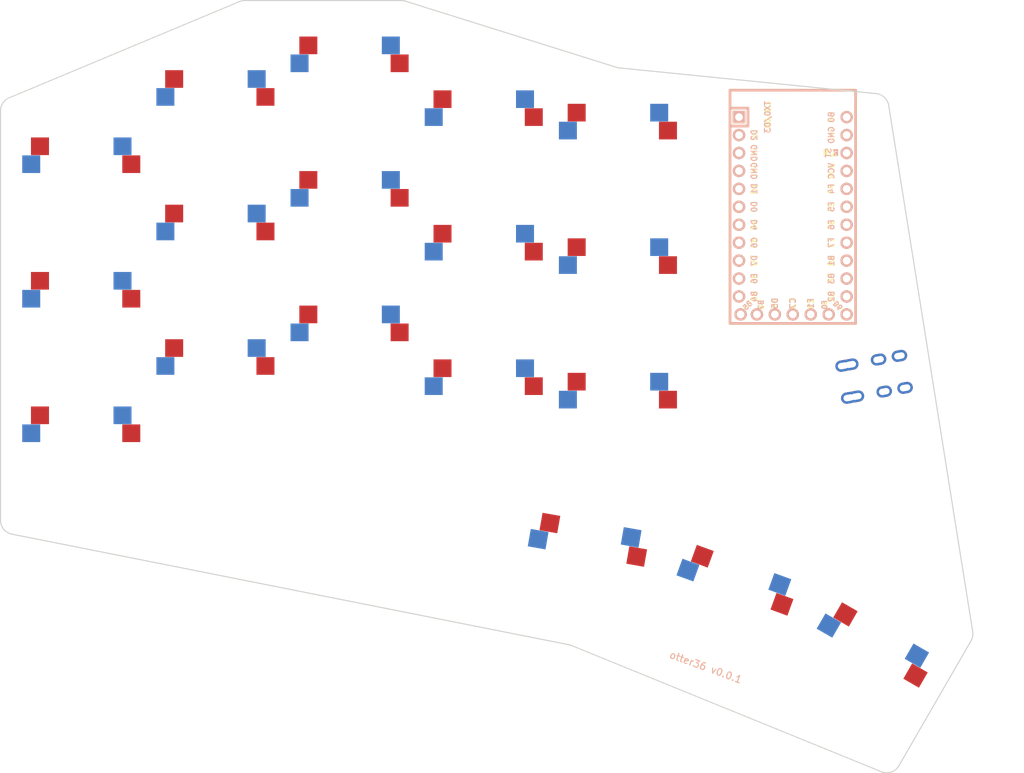
<source format=kicad_pcb>

            
(kicad_pcb (version 20171130) (host pcbnew 5.1.6)

  (page A3)
  (title_block
    (title otter36_pcb)
    (rev v1.0.0)
    (company Unknown)
  )

  (general
    (thickness 1.6)
  )

  (layers
    (0 F.Cu signal)
    (31 B.Cu signal)
    (32 B.Adhes user)
    (33 F.Adhes user)
    (34 B.Paste user)
    (35 F.Paste user)
    (36 B.SilkS user)
    (37 F.SilkS user)
    (38 B.Mask user)
    (39 F.Mask user)
    (40 Dwgs.User user)
    (41 Cmts.User user)
    (42 Eco1.User user)
    (43 Eco2.User user)
    (44 Edge.Cuts user)
    (45 Margin user)
    (46 B.CrtYd user)
    (47 F.CrtYd user)
    (48 B.Fab user)
    (49 F.Fab user)
  )

  (setup
    (last_trace_width 0.25)
    (trace_clearance 0.2)
    (zone_clearance 0.508)
    (zone_45_only no)
    (trace_min 0.2)
    (via_size 0.8)
    (via_drill 0.4)
    (via_min_size 0.4)
    (via_min_drill 0.3)
    (uvia_size 0.3)
    (uvia_drill 0.1)
    (uvias_allowed no)
    (uvia_min_size 0.2)
    (uvia_min_drill 0.1)
    (edge_width 0.05)
    (segment_width 0.2)
    (pcb_text_width 0.3)
    (pcb_text_size 1.5 1.5)
    (mod_edge_width 0.12)
    (mod_text_size 1 1)
    (mod_text_width 0.15)
    (pad_size 1.524 1.524)
    (pad_drill 0.762)
    (pad_to_mask_clearance 0.05)
    (aux_axis_origin 0 0)
    (visible_elements FFFFFF7F)
    (pcbplotparams
      (layerselection 0x010fc_ffffffff)
      (usegerberextensions false)
      (usegerberattributes true)
      (usegerberadvancedattributes true)
      (creategerberjobfile true)
      (excludeedgelayer true)
      (linewidth 0.100000)
      (plotframeref false)
      (viasonmask false)
      (mode 1)
      (useauxorigin false)
      (hpglpennumber 1)
      (hpglpenspeed 20)
      (hpglpendiameter 15.000000)
      (psnegative false)
      (psa4output false)
      (plotreference true)
      (plotvalue true)
      (plotinvisibletext false)
      (padsonsilk false)
      (subtractmaskfromsilk false)
      (outputformat 1)
      (mirror false)
      (drillshape 1)
      (scaleselection 1)
      (outputdirectory ""))
  )

            (net 0 "")
(net 1 "matrix_pinky_bottom")
(net 2 "GND")
(net 3 "matrix_pinky_home")
(net 4 "matrix_pinky_top")
(net 5 "matrix_ring_bottom")
(net 6 "matrix_ring_home")
(net 7 "matrix_ring_top")
(net 8 "matrix_middle_bottom")
(net 9 "matrix_middle_home")
(net 10 "matrix_middle_top")
(net 11 "matrix_index_bottom")
(net 12 "matrix_index_home")
(net 13 "matrix_index_top")
(net 14 "matrix_inner_bottom")
(net 15 "matrix_inner_home")
(net 16 "matrix_inner_top")
(net 17 "thumbfan_near_home")
(net 18 "thumbfan_home_home")
(net 19 "thumbfan_far_home")
(net 20 "F4")
(net 21 "VCC")
            
  (net_class Default "This is the default net class."
    (clearance 0.2)
    (trace_width 0.25)
    (via_dia 0.8)
    (via_drill 0.4)
    (uvia_dia 0.3)
    (uvia_drill 0.1)
    (add_net "")
(add_net "matrix_pinky_bottom")
(add_net "GND")
(add_net "matrix_pinky_home")
(add_net "matrix_pinky_top")
(add_net "matrix_ring_bottom")
(add_net "matrix_ring_home")
(add_net "matrix_ring_top")
(add_net "matrix_middle_bottom")
(add_net "matrix_middle_home")
(add_net "matrix_middle_top")
(add_net "matrix_index_bottom")
(add_net "matrix_index_home")
(add_net "matrix_index_top")
(add_net "matrix_inner_bottom")
(add_net "matrix_inner_home")
(add_net "matrix_inner_top")
(add_net "thumbfan_near_home")
(add_net "thumbfan_home_home")
(add_net "thumbfan_far_home")
(add_net "F4")
(add_net "VCC")
  )

            
        
      (module MX (layer F.Cu) (tedit 5DD4F656)
      (at 152.4 152.4 0)

      
      (fp_text reference "S1" (at 0 0) (layer F.SilkS) hide (effects (font (size 1.27 1.27) (thickness 0.15))))
      (fp_text value "" (at 0 0) (layer F.SilkS) hide (effects (font (size 1.27 1.27) (thickness 0.15))))

      
      (fp_line (start -7 -6) (end -7 -7) (layer Dwgs.User) (width 0.15))
      (fp_line (start -7 7) (end -6 7) (layer Dwgs.User) (width 0.15))
      (fp_line (start -6 -7) (end -7 -7) (layer Dwgs.User) (width 0.15))
      (fp_line (start -7 7) (end -7 6) (layer Dwgs.User) (width 0.15))
      (fp_line (start 7 6) (end 7 7) (layer Dwgs.User) (width 0.15))
      (fp_line (start 7 -7) (end 6 -7) (layer Dwgs.User) (width 0.15))
      (fp_line (start 6 7) (end 7 7) (layer Dwgs.User) (width 0.15))
      (fp_line (start 7 -7) (end 7 -6) (layer Dwgs.User) (width 0.15))
    
      
      (pad "" np_thru_hole circle (at 0 0) (size 3.9878 3.9878) (drill 3.9878) (layers *.Cu *.Mask))

      
      (pad "" np_thru_hole circle (at 5.08 0) (size 1.7018 1.7018) (drill 1.7018) (layers *.Cu *.Mask))
      (pad "" np_thru_hole circle (at -5.08 0) (size 1.7018 1.7018) (drill 1.7018) (layers *.Cu *.Mask))
      
        
      
      (fp_line (start -9.5 -9.5) (end 9.5 -9.5) (layer Dwgs.User) (width 0.15))
      (fp_line (start 9.5 -9.5) (end 9.5 9.5) (layer Dwgs.User) (width 0.15))
      (fp_line (start 9.5 9.5) (end -9.5 9.5) (layer Dwgs.User) (width 0.15))
      (fp_line (start -9.5 9.5) (end -9.5 -9.5) (layer Dwgs.User) (width 0.15))
      
        
        
        (pad "" np_thru_hole circle (at 2.54 -5.08) (size 3 3) (drill 3) (layers *.Cu *.Mask))
        (pad "" np_thru_hole circle (at -3.81 -2.54) (size 3 3) (drill 3) (layers *.Cu *.Mask))
        
        
        (pad 1 smd rect (at -7.085 -2.54 0) (size 2.55 2.5) (layers B.Cu B.Paste B.Mask) (net 1 "matrix_pinky_bottom"))
        (pad 2 smd rect (at 5.842 -5.08 0) (size 2.55 2.5) (layers B.Cu B.Paste B.Mask) (net 2 "GND"))
        
        
        
        (pad "" np_thru_hole circle (at -2.54 -5.08) (size 3 3) (drill 3) (layers *.Cu *.Mask))
        (pad "" np_thru_hole circle (at 3.81 -2.54) (size 3 3) (drill 3) (layers *.Cu *.Mask))
        
        
        (pad 1 smd rect (at 7.085 -2.54 0) (size 2.55 2.5) (layers F.Cu F.Paste F.Mask) (net 1 "matrix_pinky_bottom"))
        (pad 2 smd rect (at -5.842 -5.08 0) (size 2.55 2.5) (layers F.Cu F.Paste F.Mask) (net 2 "GND"))
        )
        

        
      (module MX (layer F.Cu) (tedit 5DD4F656)
      (at 152.4 133.35 0)

      
      (fp_text reference "S2" (at 0 0) (layer F.SilkS) hide (effects (font (size 1.27 1.27) (thickness 0.15))))
      (fp_text value "" (at 0 0) (layer F.SilkS) hide (effects (font (size 1.27 1.27) (thickness 0.15))))

      
      (fp_line (start -7 -6) (end -7 -7) (layer Dwgs.User) (width 0.15))
      (fp_line (start -7 7) (end -6 7) (layer Dwgs.User) (width 0.15))
      (fp_line (start -6 -7) (end -7 -7) (layer Dwgs.User) (width 0.15))
      (fp_line (start -7 7) (end -7 6) (layer Dwgs.User) (width 0.15))
      (fp_line (start 7 6) (end 7 7) (layer Dwgs.User) (width 0.15))
      (fp_line (start 7 -7) (end 6 -7) (layer Dwgs.User) (width 0.15))
      (fp_line (start 6 7) (end 7 7) (layer Dwgs.User) (width 0.15))
      (fp_line (start 7 -7) (end 7 -6) (layer Dwgs.User) (width 0.15))
    
      
      (pad "" np_thru_hole circle (at 0 0) (size 3.9878 3.9878) (drill 3.9878) (layers *.Cu *.Mask))

      
      (pad "" np_thru_hole circle (at 5.08 0) (size 1.7018 1.7018) (drill 1.7018) (layers *.Cu *.Mask))
      (pad "" np_thru_hole circle (at -5.08 0) (size 1.7018 1.7018) (drill 1.7018) (layers *.Cu *.Mask))
      
        
      
      (fp_line (start -9.5 -9.5) (end 9.5 -9.5) (layer Dwgs.User) (width 0.15))
      (fp_line (start 9.5 -9.5) (end 9.5 9.5) (layer Dwgs.User) (width 0.15))
      (fp_line (start 9.5 9.5) (end -9.5 9.5) (layer Dwgs.User) (width 0.15))
      (fp_line (start -9.5 9.5) (end -9.5 -9.5) (layer Dwgs.User) (width 0.15))
      
        
        
        (pad "" np_thru_hole circle (at 2.54 -5.08) (size 3 3) (drill 3) (layers *.Cu *.Mask))
        (pad "" np_thru_hole circle (at -3.81 -2.54) (size 3 3) (drill 3) (layers *.Cu *.Mask))
        
        
        (pad 1 smd rect (at -7.085 -2.54 0) (size 2.55 2.5) (layers B.Cu B.Paste B.Mask) (net 3 "matrix_pinky_home"))
        (pad 2 smd rect (at 5.842 -5.08 0) (size 2.55 2.5) (layers B.Cu B.Paste B.Mask) (net 2 "GND"))
        
        
        
        (pad "" np_thru_hole circle (at -2.54 -5.08) (size 3 3) (drill 3) (layers *.Cu *.Mask))
        (pad "" np_thru_hole circle (at 3.81 -2.54) (size 3 3) (drill 3) (layers *.Cu *.Mask))
        
        
        (pad 1 smd rect (at 7.085 -2.54 0) (size 2.55 2.5) (layers F.Cu F.Paste F.Mask) (net 3 "matrix_pinky_home"))
        (pad 2 smd rect (at -5.842 -5.08 0) (size 2.55 2.5) (layers F.Cu F.Paste F.Mask) (net 2 "GND"))
        )
        

        
      (module MX (layer F.Cu) (tedit 5DD4F656)
      (at 152.4 114.3 0)

      
      (fp_text reference "S3" (at 0 0) (layer F.SilkS) hide (effects (font (size 1.27 1.27) (thickness 0.15))))
      (fp_text value "" (at 0 0) (layer F.SilkS) hide (effects (font (size 1.27 1.27) (thickness 0.15))))

      
      (fp_line (start -7 -6) (end -7 -7) (layer Dwgs.User) (width 0.15))
      (fp_line (start -7 7) (end -6 7) (layer Dwgs.User) (width 0.15))
      (fp_line (start -6 -7) (end -7 -7) (layer Dwgs.User) (width 0.15))
      (fp_line (start -7 7) (end -7 6) (layer Dwgs.User) (width 0.15))
      (fp_line (start 7 6) (end 7 7) (layer Dwgs.User) (width 0.15))
      (fp_line (start 7 -7) (end 6 -7) (layer Dwgs.User) (width 0.15))
      (fp_line (start 6 7) (end 7 7) (layer Dwgs.User) (width 0.15))
      (fp_line (start 7 -7) (end 7 -6) (layer Dwgs.User) (width 0.15))
    
      
      (pad "" np_thru_hole circle (at 0 0) (size 3.9878 3.9878) (drill 3.9878) (layers *.Cu *.Mask))

      
      (pad "" np_thru_hole circle (at 5.08 0) (size 1.7018 1.7018) (drill 1.7018) (layers *.Cu *.Mask))
      (pad "" np_thru_hole circle (at -5.08 0) (size 1.7018 1.7018) (drill 1.7018) (layers *.Cu *.Mask))
      
        
      
      (fp_line (start -9.5 -9.5) (end 9.5 -9.5) (layer Dwgs.User) (width 0.15))
      (fp_line (start 9.5 -9.5) (end 9.5 9.5) (layer Dwgs.User) (width 0.15))
      (fp_line (start 9.5 9.5) (end -9.5 9.5) (layer Dwgs.User) (width 0.15))
      (fp_line (start -9.5 9.5) (end -9.5 -9.5) (layer Dwgs.User) (width 0.15))
      
        
        
        (pad "" np_thru_hole circle (at 2.54 -5.08) (size 3 3) (drill 3) (layers *.Cu *.Mask))
        (pad "" np_thru_hole circle (at -3.81 -2.54) (size 3 3) (drill 3) (layers *.Cu *.Mask))
        
        
        (pad 1 smd rect (at -7.085 -2.54 0) (size 2.55 2.5) (layers B.Cu B.Paste B.Mask) (net 4 "matrix_pinky_top"))
        (pad 2 smd rect (at 5.842 -5.08 0) (size 2.55 2.5) (layers B.Cu B.Paste B.Mask) (net 2 "GND"))
        
        
        
        (pad "" np_thru_hole circle (at -2.54 -5.08) (size 3 3) (drill 3) (layers *.Cu *.Mask))
        (pad "" np_thru_hole circle (at 3.81 -2.54) (size 3 3) (drill 3) (layers *.Cu *.Mask))
        
        
        (pad 1 smd rect (at 7.085 -2.54 0) (size 2.55 2.5) (layers F.Cu F.Paste F.Mask) (net 4 "matrix_pinky_top"))
        (pad 2 smd rect (at -5.842 -5.08 0) (size 2.55 2.5) (layers F.Cu F.Paste F.Mask) (net 2 "GND"))
        )
        

        
      (module MX (layer F.Cu) (tedit 5DD4F656)
      (at 171.4 142.875 0)

      
      (fp_text reference "S4" (at 0 0) (layer F.SilkS) hide (effects (font (size 1.27 1.27) (thickness 0.15))))
      (fp_text value "" (at 0 0) (layer F.SilkS) hide (effects (font (size 1.27 1.27) (thickness 0.15))))

      
      (fp_line (start -7 -6) (end -7 -7) (layer Dwgs.User) (width 0.15))
      (fp_line (start -7 7) (end -6 7) (layer Dwgs.User) (width 0.15))
      (fp_line (start -6 -7) (end -7 -7) (layer Dwgs.User) (width 0.15))
      (fp_line (start -7 7) (end -7 6) (layer Dwgs.User) (width 0.15))
      (fp_line (start 7 6) (end 7 7) (layer Dwgs.User) (width 0.15))
      (fp_line (start 7 -7) (end 6 -7) (layer Dwgs.User) (width 0.15))
      (fp_line (start 6 7) (end 7 7) (layer Dwgs.User) (width 0.15))
      (fp_line (start 7 -7) (end 7 -6) (layer Dwgs.User) (width 0.15))
    
      
      (pad "" np_thru_hole circle (at 0 0) (size 3.9878 3.9878) (drill 3.9878) (layers *.Cu *.Mask))

      
      (pad "" np_thru_hole circle (at 5.08 0) (size 1.7018 1.7018) (drill 1.7018) (layers *.Cu *.Mask))
      (pad "" np_thru_hole circle (at -5.08 0) (size 1.7018 1.7018) (drill 1.7018) (layers *.Cu *.Mask))
      
        
      
      (fp_line (start -9.5 -9.5) (end 9.5 -9.5) (layer Dwgs.User) (width 0.15))
      (fp_line (start 9.5 -9.5) (end 9.5 9.5) (layer Dwgs.User) (width 0.15))
      (fp_line (start 9.5 9.5) (end -9.5 9.5) (layer Dwgs.User) (width 0.15))
      (fp_line (start -9.5 9.5) (end -9.5 -9.5) (layer Dwgs.User) (width 0.15))
      
        
        
        (pad "" np_thru_hole circle (at 2.54 -5.08) (size 3 3) (drill 3) (layers *.Cu *.Mask))
        (pad "" np_thru_hole circle (at -3.81 -2.54) (size 3 3) (drill 3) (layers *.Cu *.Mask))
        
        
        (pad 1 smd rect (at -7.085 -2.54 0) (size 2.55 2.5) (layers B.Cu B.Paste B.Mask) (net 5 "matrix_ring_bottom"))
        (pad 2 smd rect (at 5.842 -5.08 0) (size 2.55 2.5) (layers B.Cu B.Paste B.Mask) (net 2 "GND"))
        
        
        
        (pad "" np_thru_hole circle (at -2.54 -5.08) (size 3 3) (drill 3) (layers *.Cu *.Mask))
        (pad "" np_thru_hole circle (at 3.81 -2.54) (size 3 3) (drill 3) (layers *.Cu *.Mask))
        
        
        (pad 1 smd rect (at 7.085 -2.54 0) (size 2.55 2.5) (layers F.Cu F.Paste F.Mask) (net 5 "matrix_ring_bottom"))
        (pad 2 smd rect (at -5.842 -5.08 0) (size 2.55 2.5) (layers F.Cu F.Paste F.Mask) (net 2 "GND"))
        )
        

        
      (module MX (layer F.Cu) (tedit 5DD4F656)
      (at 171.4 123.825 0)

      
      (fp_text reference "S5" (at 0 0) (layer F.SilkS) hide (effects (font (size 1.27 1.27) (thickness 0.15))))
      (fp_text value "" (at 0 0) (layer F.SilkS) hide (effects (font (size 1.27 1.27) (thickness 0.15))))

      
      (fp_line (start -7 -6) (end -7 -7) (layer Dwgs.User) (width 0.15))
      (fp_line (start -7 7) (end -6 7) (layer Dwgs.User) (width 0.15))
      (fp_line (start -6 -7) (end -7 -7) (layer Dwgs.User) (width 0.15))
      (fp_line (start -7 7) (end -7 6) (layer Dwgs.User) (width 0.15))
      (fp_line (start 7 6) (end 7 7) (layer Dwgs.User) (width 0.15))
      (fp_line (start 7 -7) (end 6 -7) (layer Dwgs.User) (width 0.15))
      (fp_line (start 6 7) (end 7 7) (layer Dwgs.User) (width 0.15))
      (fp_line (start 7 -7) (end 7 -6) (layer Dwgs.User) (width 0.15))
    
      
      (pad "" np_thru_hole circle (at 0 0) (size 3.9878 3.9878) (drill 3.9878) (layers *.Cu *.Mask))

      
      (pad "" np_thru_hole circle (at 5.08 0) (size 1.7018 1.7018) (drill 1.7018) (layers *.Cu *.Mask))
      (pad "" np_thru_hole circle (at -5.08 0) (size 1.7018 1.7018) (drill 1.7018) (layers *.Cu *.Mask))
      
        
      
      (fp_line (start -9.5 -9.5) (end 9.5 -9.5) (layer Dwgs.User) (width 0.15))
      (fp_line (start 9.5 -9.5) (end 9.5 9.5) (layer Dwgs.User) (width 0.15))
      (fp_line (start 9.5 9.5) (end -9.5 9.5) (layer Dwgs.User) (width 0.15))
      (fp_line (start -9.5 9.5) (end -9.5 -9.5) (layer Dwgs.User) (width 0.15))
      
        
        
        (pad "" np_thru_hole circle (at 2.54 -5.08) (size 3 3) (drill 3) (layers *.Cu *.Mask))
        (pad "" np_thru_hole circle (at -3.81 -2.54) (size 3 3) (drill 3) (layers *.Cu *.Mask))
        
        
        (pad 1 smd rect (at -7.085 -2.54 0) (size 2.55 2.5) (layers B.Cu B.Paste B.Mask) (net 6 "matrix_ring_home"))
        (pad 2 smd rect (at 5.842 -5.08 0) (size 2.55 2.5) (layers B.Cu B.Paste B.Mask) (net 2 "GND"))
        
        
        
        (pad "" np_thru_hole circle (at -2.54 -5.08) (size 3 3) (drill 3) (layers *.Cu *.Mask))
        (pad "" np_thru_hole circle (at 3.81 -2.54) (size 3 3) (drill 3) (layers *.Cu *.Mask))
        
        
        (pad 1 smd rect (at 7.085 -2.54 0) (size 2.55 2.5) (layers F.Cu F.Paste F.Mask) (net 6 "matrix_ring_home"))
        (pad 2 smd rect (at -5.842 -5.08 0) (size 2.55 2.5) (layers F.Cu F.Paste F.Mask) (net 2 "GND"))
        )
        

        
      (module MX (layer F.Cu) (tedit 5DD4F656)
      (at 171.4 104.775 0)

      
      (fp_text reference "S6" (at 0 0) (layer F.SilkS) hide (effects (font (size 1.27 1.27) (thickness 0.15))))
      (fp_text value "" (at 0 0) (layer F.SilkS) hide (effects (font (size 1.27 1.27) (thickness 0.15))))

      
      (fp_line (start -7 -6) (end -7 -7) (layer Dwgs.User) (width 0.15))
      (fp_line (start -7 7) (end -6 7) (layer Dwgs.User) (width 0.15))
      (fp_line (start -6 -7) (end -7 -7) (layer Dwgs.User) (width 0.15))
      (fp_line (start -7 7) (end -7 6) (layer Dwgs.User) (width 0.15))
      (fp_line (start 7 6) (end 7 7) (layer Dwgs.User) (width 0.15))
      (fp_line (start 7 -7) (end 6 -7) (layer Dwgs.User) (width 0.15))
      (fp_line (start 6 7) (end 7 7) (layer Dwgs.User) (width 0.15))
      (fp_line (start 7 -7) (end 7 -6) (layer Dwgs.User) (width 0.15))
    
      
      (pad "" np_thru_hole circle (at 0 0) (size 3.9878 3.9878) (drill 3.9878) (layers *.Cu *.Mask))

      
      (pad "" np_thru_hole circle (at 5.08 0) (size 1.7018 1.7018) (drill 1.7018) (layers *.Cu *.Mask))
      (pad "" np_thru_hole circle (at -5.08 0) (size 1.7018 1.7018) (drill 1.7018) (layers *.Cu *.Mask))
      
        
      
      (fp_line (start -9.5 -9.5) (end 9.5 -9.5) (layer Dwgs.User) (width 0.15))
      (fp_line (start 9.5 -9.5) (end 9.5 9.5) (layer Dwgs.User) (width 0.15))
      (fp_line (start 9.5 9.5) (end -9.5 9.5) (layer Dwgs.User) (width 0.15))
      (fp_line (start -9.5 9.5) (end -9.5 -9.5) (layer Dwgs.User) (width 0.15))
      
        
        
        (pad "" np_thru_hole circle (at 2.54 -5.08) (size 3 3) (drill 3) (layers *.Cu *.Mask))
        (pad "" np_thru_hole circle (at -3.81 -2.54) (size 3 3) (drill 3) (layers *.Cu *.Mask))
        
        
        (pad 1 smd rect (at -7.085 -2.54 0) (size 2.55 2.5) (layers B.Cu B.Paste B.Mask) (net 7 "matrix_ring_top"))
        (pad 2 smd rect (at 5.842 -5.08 0) (size 2.55 2.5) (layers B.Cu B.Paste B.Mask) (net 2 "GND"))
        
        
        
        (pad "" np_thru_hole circle (at -2.54 -5.08) (size 3 3) (drill 3) (layers *.Cu *.Mask))
        (pad "" np_thru_hole circle (at 3.81 -2.54) (size 3 3) (drill 3) (layers *.Cu *.Mask))
        
        
        (pad 1 smd rect (at 7.085 -2.54 0) (size 2.55 2.5) (layers F.Cu F.Paste F.Mask) (net 7 "matrix_ring_top"))
        (pad 2 smd rect (at -5.842 -5.08 0) (size 2.55 2.5) (layers F.Cu F.Paste F.Mask) (net 2 "GND"))
        )
        

        
      (module MX (layer F.Cu) (tedit 5DD4F656)
      (at 190.4 138.1125 0)

      
      (fp_text reference "S7" (at 0 0) (layer F.SilkS) hide (effects (font (size 1.27 1.27) (thickness 0.15))))
      (fp_text value "" (at 0 0) (layer F.SilkS) hide (effects (font (size 1.27 1.27) (thickness 0.15))))

      
      (fp_line (start -7 -6) (end -7 -7) (layer Dwgs.User) (width 0.15))
      (fp_line (start -7 7) (end -6 7) (layer Dwgs.User) (width 0.15))
      (fp_line (start -6 -7) (end -7 -7) (layer Dwgs.User) (width 0.15))
      (fp_line (start -7 7) (end -7 6) (layer Dwgs.User) (width 0.15))
      (fp_line (start 7 6) (end 7 7) (layer Dwgs.User) (width 0.15))
      (fp_line (start 7 -7) (end 6 -7) (layer Dwgs.User) (width 0.15))
      (fp_line (start 6 7) (end 7 7) (layer Dwgs.User) (width 0.15))
      (fp_line (start 7 -7) (end 7 -6) (layer Dwgs.User) (width 0.15))
    
      
      (pad "" np_thru_hole circle (at 0 0) (size 3.9878 3.9878) (drill 3.9878) (layers *.Cu *.Mask))

      
      (pad "" np_thru_hole circle (at 5.08 0) (size 1.7018 1.7018) (drill 1.7018) (layers *.Cu *.Mask))
      (pad "" np_thru_hole circle (at -5.08 0) (size 1.7018 1.7018) (drill 1.7018) (layers *.Cu *.Mask))
      
        
      
      (fp_line (start -9.5 -9.5) (end 9.5 -9.5) (layer Dwgs.User) (width 0.15))
      (fp_line (start 9.5 -9.5) (end 9.5 9.5) (layer Dwgs.User) (width 0.15))
      (fp_line (start 9.5 9.5) (end -9.5 9.5) (layer Dwgs.User) (width 0.15))
      (fp_line (start -9.5 9.5) (end -9.5 -9.5) (layer Dwgs.User) (width 0.15))
      
        
        
        (pad "" np_thru_hole circle (at 2.54 -5.08) (size 3 3) (drill 3) (layers *.Cu *.Mask))
        (pad "" np_thru_hole circle (at -3.81 -2.54) (size 3 3) (drill 3) (layers *.Cu *.Mask))
        
        
        (pad 1 smd rect (at -7.085 -2.54 0) (size 2.55 2.5) (layers B.Cu B.Paste B.Mask) (net 8 "matrix_middle_bottom"))
        (pad 2 smd rect (at 5.842 -5.08 0) (size 2.55 2.5) (layers B.Cu B.Paste B.Mask) (net 2 "GND"))
        
        
        
        (pad "" np_thru_hole circle (at -2.54 -5.08) (size 3 3) (drill 3) (layers *.Cu *.Mask))
        (pad "" np_thru_hole circle (at 3.81 -2.54) (size 3 3) (drill 3) (layers *.Cu *.Mask))
        
        
        (pad 1 smd rect (at 7.085 -2.54 0) (size 2.55 2.5) (layers F.Cu F.Paste F.Mask) (net 8 "matrix_middle_bottom"))
        (pad 2 smd rect (at -5.842 -5.08 0) (size 2.55 2.5) (layers F.Cu F.Paste F.Mask) (net 2 "GND"))
        )
        

        
      (module MX (layer F.Cu) (tedit 5DD4F656)
      (at 190.4 119.06250000000001 0)

      
      (fp_text reference "S8" (at 0 0) (layer F.SilkS) hide (effects (font (size 1.27 1.27) (thickness 0.15))))
      (fp_text value "" (at 0 0) (layer F.SilkS) hide (effects (font (size 1.27 1.27) (thickness 0.15))))

      
      (fp_line (start -7 -6) (end -7 -7) (layer Dwgs.User) (width 0.15))
      (fp_line (start -7 7) (end -6 7) (layer Dwgs.User) (width 0.15))
      (fp_line (start -6 -7) (end -7 -7) (layer Dwgs.User) (width 0.15))
      (fp_line (start -7 7) (end -7 6) (layer Dwgs.User) (width 0.15))
      (fp_line (start 7 6) (end 7 7) (layer Dwgs.User) (width 0.15))
      (fp_line (start 7 -7) (end 6 -7) (layer Dwgs.User) (width 0.15))
      (fp_line (start 6 7) (end 7 7) (layer Dwgs.User) (width 0.15))
      (fp_line (start 7 -7) (end 7 -6) (layer Dwgs.User) (width 0.15))
    
      
      (pad "" np_thru_hole circle (at 0 0) (size 3.9878 3.9878) (drill 3.9878) (layers *.Cu *.Mask))

      
      (pad "" np_thru_hole circle (at 5.08 0) (size 1.7018 1.7018) (drill 1.7018) (layers *.Cu *.Mask))
      (pad "" np_thru_hole circle (at -5.08 0) (size 1.7018 1.7018) (drill 1.7018) (layers *.Cu *.Mask))
      
        
      
      (fp_line (start -9.5 -9.5) (end 9.5 -9.5) (layer Dwgs.User) (width 0.15))
      (fp_line (start 9.5 -9.5) (end 9.5 9.5) (layer Dwgs.User) (width 0.15))
      (fp_line (start 9.5 9.5) (end -9.5 9.5) (layer Dwgs.User) (width 0.15))
      (fp_line (start -9.5 9.5) (end -9.5 -9.5) (layer Dwgs.User) (width 0.15))
      
        
        
        (pad "" np_thru_hole circle (at 2.54 -5.08) (size 3 3) (drill 3) (layers *.Cu *.Mask))
        (pad "" np_thru_hole circle (at -3.81 -2.54) (size 3 3) (drill 3) (layers *.Cu *.Mask))
        
        
        (pad 1 smd rect (at -7.085 -2.54 0) (size 2.55 2.5) (layers B.Cu B.Paste B.Mask) (net 9 "matrix_middle_home"))
        (pad 2 smd rect (at 5.842 -5.08 0) (size 2.55 2.5) (layers B.Cu B.Paste B.Mask) (net 2 "GND"))
        
        
        
        (pad "" np_thru_hole circle (at -2.54 -5.08) (size 3 3) (drill 3) (layers *.Cu *.Mask))
        (pad "" np_thru_hole circle (at 3.81 -2.54) (size 3 3) (drill 3) (layers *.Cu *.Mask))
        
        
        (pad 1 smd rect (at 7.085 -2.54 0) (size 2.55 2.5) (layers F.Cu F.Paste F.Mask) (net 9 "matrix_middle_home"))
        (pad 2 smd rect (at -5.842 -5.08 0) (size 2.55 2.5) (layers F.Cu F.Paste F.Mask) (net 2 "GND"))
        )
        

        
      (module MX (layer F.Cu) (tedit 5DD4F656)
      (at 190.4 100.01250000000002 0)

      
      (fp_text reference "S9" (at 0 0) (layer F.SilkS) hide (effects (font (size 1.27 1.27) (thickness 0.15))))
      (fp_text value "" (at 0 0) (layer F.SilkS) hide (effects (font (size 1.27 1.27) (thickness 0.15))))

      
      (fp_line (start -7 -6) (end -7 -7) (layer Dwgs.User) (width 0.15))
      (fp_line (start -7 7) (end -6 7) (layer Dwgs.User) (width 0.15))
      (fp_line (start -6 -7) (end -7 -7) (layer Dwgs.User) (width 0.15))
      (fp_line (start -7 7) (end -7 6) (layer Dwgs.User) (width 0.15))
      (fp_line (start 7 6) (end 7 7) (layer Dwgs.User) (width 0.15))
      (fp_line (start 7 -7) (end 6 -7) (layer Dwgs.User) (width 0.15))
      (fp_line (start 6 7) (end 7 7) (layer Dwgs.User) (width 0.15))
      (fp_line (start 7 -7) (end 7 -6) (layer Dwgs.User) (width 0.15))
    
      
      (pad "" np_thru_hole circle (at 0 0) (size 3.9878 3.9878) (drill 3.9878) (layers *.Cu *.Mask))

      
      (pad "" np_thru_hole circle (at 5.08 0) (size 1.7018 1.7018) (drill 1.7018) (layers *.Cu *.Mask))
      (pad "" np_thru_hole circle (at -5.08 0) (size 1.7018 1.7018) (drill 1.7018) (layers *.Cu *.Mask))
      
        
      
      (fp_line (start -9.5 -9.5) (end 9.5 -9.5) (layer Dwgs.User) (width 0.15))
      (fp_line (start 9.5 -9.5) (end 9.5 9.5) (layer Dwgs.User) (width 0.15))
      (fp_line (start 9.5 9.5) (end -9.5 9.5) (layer Dwgs.User) (width 0.15))
      (fp_line (start -9.5 9.5) (end -9.5 -9.5) (layer Dwgs.User) (width 0.15))
      
        
        
        (pad "" np_thru_hole circle (at 2.54 -5.08) (size 3 3) (drill 3) (layers *.Cu *.Mask))
        (pad "" np_thru_hole circle (at -3.81 -2.54) (size 3 3) (drill 3) (layers *.Cu *.Mask))
        
        
        (pad 1 smd rect (at -7.085 -2.54 0) (size 2.55 2.5) (layers B.Cu B.Paste B.Mask) (net 10 "matrix_middle_top"))
        (pad 2 smd rect (at 5.842 -5.08 0) (size 2.55 2.5) (layers B.Cu B.Paste B.Mask) (net 2 "GND"))
        
        
        
        (pad "" np_thru_hole circle (at -2.54 -5.08) (size 3 3) (drill 3) (layers *.Cu *.Mask))
        (pad "" np_thru_hole circle (at 3.81 -2.54) (size 3 3) (drill 3) (layers *.Cu *.Mask))
        
        
        (pad 1 smd rect (at 7.085 -2.54 0) (size 2.55 2.5) (layers F.Cu F.Paste F.Mask) (net 10 "matrix_middle_top"))
        (pad 2 smd rect (at -5.842 -5.08 0) (size 2.55 2.5) (layers F.Cu F.Paste F.Mask) (net 2 "GND"))
        )
        

        
      (module MX (layer F.Cu) (tedit 5DD4F656)
      (at 209.4 145.73250000000002 0)

      
      (fp_text reference "S10" (at 0 0) (layer F.SilkS) hide (effects (font (size 1.27 1.27) (thickness 0.15))))
      (fp_text value "" (at 0 0) (layer F.SilkS) hide (effects (font (size 1.27 1.27) (thickness 0.15))))

      
      (fp_line (start -7 -6) (end -7 -7) (layer Dwgs.User) (width 0.15))
      (fp_line (start -7 7) (end -6 7) (layer Dwgs.User) (width 0.15))
      (fp_line (start -6 -7) (end -7 -7) (layer Dwgs.User) (width 0.15))
      (fp_line (start -7 7) (end -7 6) (layer Dwgs.User) (width 0.15))
      (fp_line (start 7 6) (end 7 7) (layer Dwgs.User) (width 0.15))
      (fp_line (start 7 -7) (end 6 -7) (layer Dwgs.User) (width 0.15))
      (fp_line (start 6 7) (end 7 7) (layer Dwgs.User) (width 0.15))
      (fp_line (start 7 -7) (end 7 -6) (layer Dwgs.User) (width 0.15))
    
      
      (pad "" np_thru_hole circle (at 0 0) (size 3.9878 3.9878) (drill 3.9878) (layers *.Cu *.Mask))

      
      (pad "" np_thru_hole circle (at 5.08 0) (size 1.7018 1.7018) (drill 1.7018) (layers *.Cu *.Mask))
      (pad "" np_thru_hole circle (at -5.08 0) (size 1.7018 1.7018) (drill 1.7018) (layers *.Cu *.Mask))
      
        
      
      (fp_line (start -9.5 -9.5) (end 9.5 -9.5) (layer Dwgs.User) (width 0.15))
      (fp_line (start 9.5 -9.5) (end 9.5 9.5) (layer Dwgs.User) (width 0.15))
      (fp_line (start 9.5 9.5) (end -9.5 9.5) (layer Dwgs.User) (width 0.15))
      (fp_line (start -9.5 9.5) (end -9.5 -9.5) (layer Dwgs.User) (width 0.15))
      
        
        
        (pad "" np_thru_hole circle (at 2.54 -5.08) (size 3 3) (drill 3) (layers *.Cu *.Mask))
        (pad "" np_thru_hole circle (at -3.81 -2.54) (size 3 3) (drill 3) (layers *.Cu *.Mask))
        
        
        (pad 1 smd rect (at -7.085 -2.54 0) (size 2.55 2.5) (layers B.Cu B.Paste B.Mask) (net 11 "matrix_index_bottom"))
        (pad 2 smd rect (at 5.842 -5.08 0) (size 2.55 2.5) (layers B.Cu B.Paste B.Mask) (net 2 "GND"))
        
        
        
        (pad "" np_thru_hole circle (at -2.54 -5.08) (size 3 3) (drill 3) (layers *.Cu *.Mask))
        (pad "" np_thru_hole circle (at 3.81 -2.54) (size 3 3) (drill 3) (layers *.Cu *.Mask))
        
        
        (pad 1 smd rect (at 7.085 -2.54 0) (size 2.55 2.5) (layers F.Cu F.Paste F.Mask) (net 11 "matrix_index_bottom"))
        (pad 2 smd rect (at -5.842 -5.08 0) (size 2.55 2.5) (layers F.Cu F.Paste F.Mask) (net 2 "GND"))
        )
        

        
      (module MX (layer F.Cu) (tedit 5DD4F656)
      (at 209.4 126.68250000000002 0)

      
      (fp_text reference "S11" (at 0 0) (layer F.SilkS) hide (effects (font (size 1.27 1.27) (thickness 0.15))))
      (fp_text value "" (at 0 0) (layer F.SilkS) hide (effects (font (size 1.27 1.27) (thickness 0.15))))

      
      (fp_line (start -7 -6) (end -7 -7) (layer Dwgs.User) (width 0.15))
      (fp_line (start -7 7) (end -6 7) (layer Dwgs.User) (width 0.15))
      (fp_line (start -6 -7) (end -7 -7) (layer Dwgs.User) (width 0.15))
      (fp_line (start -7 7) (end -7 6) (layer Dwgs.User) (width 0.15))
      (fp_line (start 7 6) (end 7 7) (layer Dwgs.User) (width 0.15))
      (fp_line (start 7 -7) (end 6 -7) (layer Dwgs.User) (width 0.15))
      (fp_line (start 6 7) (end 7 7) (layer Dwgs.User) (width 0.15))
      (fp_line (start 7 -7) (end 7 -6) (layer Dwgs.User) (width 0.15))
    
      
      (pad "" np_thru_hole circle (at 0 0) (size 3.9878 3.9878) (drill 3.9878) (layers *.Cu *.Mask))

      
      (pad "" np_thru_hole circle (at 5.08 0) (size 1.7018 1.7018) (drill 1.7018) (layers *.Cu *.Mask))
      (pad "" np_thru_hole circle (at -5.08 0) (size 1.7018 1.7018) (drill 1.7018) (layers *.Cu *.Mask))
      
        
      
      (fp_line (start -9.5 -9.5) (end 9.5 -9.5) (layer Dwgs.User) (width 0.15))
      (fp_line (start 9.5 -9.5) (end 9.5 9.5) (layer Dwgs.User) (width 0.15))
      (fp_line (start 9.5 9.5) (end -9.5 9.5) (layer Dwgs.User) (width 0.15))
      (fp_line (start -9.5 9.5) (end -9.5 -9.5) (layer Dwgs.User) (width 0.15))
      
        
        
        (pad "" np_thru_hole circle (at 2.54 -5.08) (size 3 3) (drill 3) (layers *.Cu *.Mask))
        (pad "" np_thru_hole circle (at -3.81 -2.54) (size 3 3) (drill 3) (layers *.Cu *.Mask))
        
        
        (pad 1 smd rect (at -7.085 -2.54 0) (size 2.55 2.5) (layers B.Cu B.Paste B.Mask) (net 12 "matrix_index_home"))
        (pad 2 smd rect (at 5.842 -5.08 0) (size 2.55 2.5) (layers B.Cu B.Paste B.Mask) (net 2 "GND"))
        
        
        
        (pad "" np_thru_hole circle (at -2.54 -5.08) (size 3 3) (drill 3) (layers *.Cu *.Mask))
        (pad "" np_thru_hole circle (at 3.81 -2.54) (size 3 3) (drill 3) (layers *.Cu *.Mask))
        
        
        (pad 1 smd rect (at 7.085 -2.54 0) (size 2.55 2.5) (layers F.Cu F.Paste F.Mask) (net 12 "matrix_index_home"))
        (pad 2 smd rect (at -5.842 -5.08 0) (size 2.55 2.5) (layers F.Cu F.Paste F.Mask) (net 2 "GND"))
        )
        

        
      (module MX (layer F.Cu) (tedit 5DD4F656)
      (at 209.4 107.63250000000002 0)

      
      (fp_text reference "S12" (at 0 0) (layer F.SilkS) hide (effects (font (size 1.27 1.27) (thickness 0.15))))
      (fp_text value "" (at 0 0) (layer F.SilkS) hide (effects (font (size 1.27 1.27) (thickness 0.15))))

      
      (fp_line (start -7 -6) (end -7 -7) (layer Dwgs.User) (width 0.15))
      (fp_line (start -7 7) (end -6 7) (layer Dwgs.User) (width 0.15))
      (fp_line (start -6 -7) (end -7 -7) (layer Dwgs.User) (width 0.15))
      (fp_line (start -7 7) (end -7 6) (layer Dwgs.User) (width 0.15))
      (fp_line (start 7 6) (end 7 7) (layer Dwgs.User) (width 0.15))
      (fp_line (start 7 -7) (end 6 -7) (layer Dwgs.User) (width 0.15))
      (fp_line (start 6 7) (end 7 7) (layer Dwgs.User) (width 0.15))
      (fp_line (start 7 -7) (end 7 -6) (layer Dwgs.User) (width 0.15))
    
      
      (pad "" np_thru_hole circle (at 0 0) (size 3.9878 3.9878) (drill 3.9878) (layers *.Cu *.Mask))

      
      (pad "" np_thru_hole circle (at 5.08 0) (size 1.7018 1.7018) (drill 1.7018) (layers *.Cu *.Mask))
      (pad "" np_thru_hole circle (at -5.08 0) (size 1.7018 1.7018) (drill 1.7018) (layers *.Cu *.Mask))
      
        
      
      (fp_line (start -9.5 -9.5) (end 9.5 -9.5) (layer Dwgs.User) (width 0.15))
      (fp_line (start 9.5 -9.5) (end 9.5 9.5) (layer Dwgs.User) (width 0.15))
      (fp_line (start 9.5 9.5) (end -9.5 9.5) (layer Dwgs.User) (width 0.15))
      (fp_line (start -9.5 9.5) (end -9.5 -9.5) (layer Dwgs.User) (width 0.15))
      
        
        
        (pad "" np_thru_hole circle (at 2.54 -5.08) (size 3 3) (drill 3) (layers *.Cu *.Mask))
        (pad "" np_thru_hole circle (at -3.81 -2.54) (size 3 3) (drill 3) (layers *.Cu *.Mask))
        
        
        (pad 1 smd rect (at -7.085 -2.54 0) (size 2.55 2.5) (layers B.Cu B.Paste B.Mask) (net 13 "matrix_index_top"))
        (pad 2 smd rect (at 5.842 -5.08 0) (size 2.55 2.5) (layers B.Cu B.Paste B.Mask) (net 2 "GND"))
        
        
        
        (pad "" np_thru_hole circle (at -2.54 -5.08) (size 3 3) (drill 3) (layers *.Cu *.Mask))
        (pad "" np_thru_hole circle (at 3.81 -2.54) (size 3 3) (drill 3) (layers *.Cu *.Mask))
        
        
        (pad 1 smd rect (at 7.085 -2.54 0) (size 2.55 2.5) (layers F.Cu F.Paste F.Mask) (net 13 "matrix_index_top"))
        (pad 2 smd rect (at -5.842 -5.08 0) (size 2.55 2.5) (layers F.Cu F.Paste F.Mask) (net 2 "GND"))
        )
        

        
      (module MX (layer F.Cu) (tedit 5DD4F656)
      (at 228.4 147.63750000000002 0)

      
      (fp_text reference "S13" (at 0 0) (layer F.SilkS) hide (effects (font (size 1.27 1.27) (thickness 0.15))))
      (fp_text value "" (at 0 0) (layer F.SilkS) hide (effects (font (size 1.27 1.27) (thickness 0.15))))

      
      (fp_line (start -7 -6) (end -7 -7) (layer Dwgs.User) (width 0.15))
      (fp_line (start -7 7) (end -6 7) (layer Dwgs.User) (width 0.15))
      (fp_line (start -6 -7) (end -7 -7) (layer Dwgs.User) (width 0.15))
      (fp_line (start -7 7) (end -7 6) (layer Dwgs.User) (width 0.15))
      (fp_line (start 7 6) (end 7 7) (layer Dwgs.User) (width 0.15))
      (fp_line (start 7 -7) (end 6 -7) (layer Dwgs.User) (width 0.15))
      (fp_line (start 6 7) (end 7 7) (layer Dwgs.User) (width 0.15))
      (fp_line (start 7 -7) (end 7 -6) (layer Dwgs.User) (width 0.15))
    
      
      (pad "" np_thru_hole circle (at 0 0) (size 3.9878 3.9878) (drill 3.9878) (layers *.Cu *.Mask))

      
      (pad "" np_thru_hole circle (at 5.08 0) (size 1.7018 1.7018) (drill 1.7018) (layers *.Cu *.Mask))
      (pad "" np_thru_hole circle (at -5.08 0) (size 1.7018 1.7018) (drill 1.7018) (layers *.Cu *.Mask))
      
        
      
      (fp_line (start -9.5 -9.5) (end 9.5 -9.5) (layer Dwgs.User) (width 0.15))
      (fp_line (start 9.5 -9.5) (end 9.5 9.5) (layer Dwgs.User) (width 0.15))
      (fp_line (start 9.5 9.5) (end -9.5 9.5) (layer Dwgs.User) (width 0.15))
      (fp_line (start -9.5 9.5) (end -9.5 -9.5) (layer Dwgs.User) (width 0.15))
      
        
        
        (pad "" np_thru_hole circle (at 2.54 -5.08) (size 3 3) (drill 3) (layers *.Cu *.Mask))
        (pad "" np_thru_hole circle (at -3.81 -2.54) (size 3 3) (drill 3) (layers *.Cu *.Mask))
        
        
        (pad 1 smd rect (at -7.085 -2.54 0) (size 2.55 2.5) (layers B.Cu B.Paste B.Mask) (net 14 "matrix_inner_bottom"))
        (pad 2 smd rect (at 5.842 -5.08 0) (size 2.55 2.5) (layers B.Cu B.Paste B.Mask) (net 2 "GND"))
        
        
        
        (pad "" np_thru_hole circle (at -2.54 -5.08) (size 3 3) (drill 3) (layers *.Cu *.Mask))
        (pad "" np_thru_hole circle (at 3.81 -2.54) (size 3 3) (drill 3) (layers *.Cu *.Mask))
        
        
        (pad 1 smd rect (at 7.085 -2.54 0) (size 2.55 2.5) (layers F.Cu F.Paste F.Mask) (net 14 "matrix_inner_bottom"))
        (pad 2 smd rect (at -5.842 -5.08 0) (size 2.55 2.5) (layers F.Cu F.Paste F.Mask) (net 2 "GND"))
        )
        

        
      (module MX (layer F.Cu) (tedit 5DD4F656)
      (at 228.4 128.5875 0)

      
      (fp_text reference "S14" (at 0 0) (layer F.SilkS) hide (effects (font (size 1.27 1.27) (thickness 0.15))))
      (fp_text value "" (at 0 0) (layer F.SilkS) hide (effects (font (size 1.27 1.27) (thickness 0.15))))

      
      (fp_line (start -7 -6) (end -7 -7) (layer Dwgs.User) (width 0.15))
      (fp_line (start -7 7) (end -6 7) (layer Dwgs.User) (width 0.15))
      (fp_line (start -6 -7) (end -7 -7) (layer Dwgs.User) (width 0.15))
      (fp_line (start -7 7) (end -7 6) (layer Dwgs.User) (width 0.15))
      (fp_line (start 7 6) (end 7 7) (layer Dwgs.User) (width 0.15))
      (fp_line (start 7 -7) (end 6 -7) (layer Dwgs.User) (width 0.15))
      (fp_line (start 6 7) (end 7 7) (layer Dwgs.User) (width 0.15))
      (fp_line (start 7 -7) (end 7 -6) (layer Dwgs.User) (width 0.15))
    
      
      (pad "" np_thru_hole circle (at 0 0) (size 3.9878 3.9878) (drill 3.9878) (layers *.Cu *.Mask))

      
      (pad "" np_thru_hole circle (at 5.08 0) (size 1.7018 1.7018) (drill 1.7018) (layers *.Cu *.Mask))
      (pad "" np_thru_hole circle (at -5.08 0) (size 1.7018 1.7018) (drill 1.7018) (layers *.Cu *.Mask))
      
        
      
      (fp_line (start -9.5 -9.5) (end 9.5 -9.5) (layer Dwgs.User) (width 0.15))
      (fp_line (start 9.5 -9.5) (end 9.5 9.5) (layer Dwgs.User) (width 0.15))
      (fp_line (start 9.5 9.5) (end -9.5 9.5) (layer Dwgs.User) (width 0.15))
      (fp_line (start -9.5 9.5) (end -9.5 -9.5) (layer Dwgs.User) (width 0.15))
      
        
        
        (pad "" np_thru_hole circle (at 2.54 -5.08) (size 3 3) (drill 3) (layers *.Cu *.Mask))
        (pad "" np_thru_hole circle (at -3.81 -2.54) (size 3 3) (drill 3) (layers *.Cu *.Mask))
        
        
        (pad 1 smd rect (at -7.085 -2.54 0) (size 2.55 2.5) (layers B.Cu B.Paste B.Mask) (net 15 "matrix_inner_home"))
        (pad 2 smd rect (at 5.842 -5.08 0) (size 2.55 2.5) (layers B.Cu B.Paste B.Mask) (net 2 "GND"))
        
        
        
        (pad "" np_thru_hole circle (at -2.54 -5.08) (size 3 3) (drill 3) (layers *.Cu *.Mask))
        (pad "" np_thru_hole circle (at 3.81 -2.54) (size 3 3) (drill 3) (layers *.Cu *.Mask))
        
        
        (pad 1 smd rect (at 7.085 -2.54 0) (size 2.55 2.5) (layers F.Cu F.Paste F.Mask) (net 15 "matrix_inner_home"))
        (pad 2 smd rect (at -5.842 -5.08 0) (size 2.55 2.5) (layers F.Cu F.Paste F.Mask) (net 2 "GND"))
        )
        

        
      (module MX (layer F.Cu) (tedit 5DD4F656)
      (at 228.4 109.53750000000001 0)

      
      (fp_text reference "S15" (at 0 0) (layer F.SilkS) hide (effects (font (size 1.27 1.27) (thickness 0.15))))
      (fp_text value "" (at 0 0) (layer F.SilkS) hide (effects (font (size 1.27 1.27) (thickness 0.15))))

      
      (fp_line (start -7 -6) (end -7 -7) (layer Dwgs.User) (width 0.15))
      (fp_line (start -7 7) (end -6 7) (layer Dwgs.User) (width 0.15))
      (fp_line (start -6 -7) (end -7 -7) (layer Dwgs.User) (width 0.15))
      (fp_line (start -7 7) (end -7 6) (layer Dwgs.User) (width 0.15))
      (fp_line (start 7 6) (end 7 7) (layer Dwgs.User) (width 0.15))
      (fp_line (start 7 -7) (end 6 -7) (layer Dwgs.User) (width 0.15))
      (fp_line (start 6 7) (end 7 7) (layer Dwgs.User) (width 0.15))
      (fp_line (start 7 -7) (end 7 -6) (layer Dwgs.User) (width 0.15))
    
      
      (pad "" np_thru_hole circle (at 0 0) (size 3.9878 3.9878) (drill 3.9878) (layers *.Cu *.Mask))

      
      (pad "" np_thru_hole circle (at 5.08 0) (size 1.7018 1.7018) (drill 1.7018) (layers *.Cu *.Mask))
      (pad "" np_thru_hole circle (at -5.08 0) (size 1.7018 1.7018) (drill 1.7018) (layers *.Cu *.Mask))
      
        
      
      (fp_line (start -9.5 -9.5) (end 9.5 -9.5) (layer Dwgs.User) (width 0.15))
      (fp_line (start 9.5 -9.5) (end 9.5 9.5) (layer Dwgs.User) (width 0.15))
      (fp_line (start 9.5 9.5) (end -9.5 9.5) (layer Dwgs.User) (width 0.15))
      (fp_line (start -9.5 9.5) (end -9.5 -9.5) (layer Dwgs.User) (width 0.15))
      
        
        
        (pad "" np_thru_hole circle (at 2.54 -5.08) (size 3 3) (drill 3) (layers *.Cu *.Mask))
        (pad "" np_thru_hole circle (at -3.81 -2.54) (size 3 3) (drill 3) (layers *.Cu *.Mask))
        
        
        (pad 1 smd rect (at -7.085 -2.54 0) (size 2.55 2.5) (layers B.Cu B.Paste B.Mask) (net 16 "matrix_inner_top"))
        (pad 2 smd rect (at 5.842 -5.08 0) (size 2.55 2.5) (layers B.Cu B.Paste B.Mask) (net 2 "GND"))
        
        
        
        (pad "" np_thru_hole circle (at -2.54 -5.08) (size 3 3) (drill 3) (layers *.Cu *.Mask))
        (pad "" np_thru_hole circle (at 3.81 -2.54) (size 3 3) (drill 3) (layers *.Cu *.Mask))
        
        
        (pad 1 smd rect (at 7.085 -2.54 0) (size 2.55 2.5) (layers F.Cu F.Paste F.Mask) (net 16 "matrix_inner_top"))
        (pad 2 smd rect (at -5.842 -5.08 0) (size 2.55 2.5) (layers F.Cu F.Paste F.Mask) (net 2 "GND"))
        )
        

        
      (module MX (layer F.Cu) (tedit 5DD4F656)
      (at 223.63750000000002 168.59250000000003 -10)

      
      (fp_text reference "S16" (at 0 0) (layer F.SilkS) hide (effects (font (size 1.27 1.27) (thickness 0.15))))
      (fp_text value "" (at 0 0) (layer F.SilkS) hide (effects (font (size 1.27 1.27) (thickness 0.15))))

      
      (fp_line (start -7 -6) (end -7 -7) (layer Dwgs.User) (width 0.15))
      (fp_line (start -7 7) (end -6 7) (layer Dwgs.User) (width 0.15))
      (fp_line (start -6 -7) (end -7 -7) (layer Dwgs.User) (width 0.15))
      (fp_line (start -7 7) (end -7 6) (layer Dwgs.User) (width 0.15))
      (fp_line (start 7 6) (end 7 7) (layer Dwgs.User) (width 0.15))
      (fp_line (start 7 -7) (end 6 -7) (layer Dwgs.User) (width 0.15))
      (fp_line (start 6 7) (end 7 7) (layer Dwgs.User) (width 0.15))
      (fp_line (start 7 -7) (end 7 -6) (layer Dwgs.User) (width 0.15))
    
      
      (pad "" np_thru_hole circle (at 0 0) (size 3.9878 3.9878) (drill 3.9878) (layers *.Cu *.Mask))

      
      (pad "" np_thru_hole circle (at 5.08 0) (size 1.7018 1.7018) (drill 1.7018) (layers *.Cu *.Mask))
      (pad "" np_thru_hole circle (at -5.08 0) (size 1.7018 1.7018) (drill 1.7018) (layers *.Cu *.Mask))
      
        
      
      (fp_line (start -9.5 -9.5) (end 9.5 -9.5) (layer Dwgs.User) (width 0.15))
      (fp_line (start 9.5 -9.5) (end 9.5 9.5) (layer Dwgs.User) (width 0.15))
      (fp_line (start 9.5 9.5) (end -9.5 9.5) (layer Dwgs.User) (width 0.15))
      (fp_line (start -9.5 9.5) (end -9.5 -9.5) (layer Dwgs.User) (width 0.15))
      
        
        
        (pad "" np_thru_hole circle (at 2.54 -5.08) (size 3 3) (drill 3) (layers *.Cu *.Mask))
        (pad "" np_thru_hole circle (at -3.81 -2.54) (size 3 3) (drill 3) (layers *.Cu *.Mask))
        
        
        (pad 1 smd rect (at -7.085 -2.54 -10) (size 2.55 2.5) (layers B.Cu B.Paste B.Mask) (net 17 "thumbfan_near_home"))
        (pad 2 smd rect (at 5.842 -5.08 -10) (size 2.55 2.5) (layers B.Cu B.Paste B.Mask) (net 2 "GND"))
        
        
        
        (pad "" np_thru_hole circle (at -2.54 -5.08) (size 3 3) (drill 3) (layers *.Cu *.Mask))
        (pad "" np_thru_hole circle (at 3.81 -2.54) (size 3 3) (drill 3) (layers *.Cu *.Mask))
        
        
        (pad 1 smd rect (at 7.085 -2.54 -10) (size 2.55 2.5) (layers F.Cu F.Paste F.Mask) (net 17 "thumbfan_near_home"))
        (pad 2 smd rect (at -5.842 -5.08 -10) (size 2.55 2.5) (layers F.Cu F.Paste F.Mask) (net 2 "GND"))
        )
        

        
      (module MX (layer F.Cu) (tedit 5DD4F656)
      (at 244.0978291 174.04883670000004 -20)

      
      (fp_text reference "S17" (at 0 0) (layer F.SilkS) hide (effects (font (size 1.27 1.27) (thickness 0.15))))
      (fp_text value "" (at 0 0) (layer F.SilkS) hide (effects (font (size 1.27 1.27) (thickness 0.15))))

      
      (fp_line (start -7 -6) (end -7 -7) (layer Dwgs.User) (width 0.15))
      (fp_line (start -7 7) (end -6 7) (layer Dwgs.User) (width 0.15))
      (fp_line (start -6 -7) (end -7 -7) (layer Dwgs.User) (width 0.15))
      (fp_line (start -7 7) (end -7 6) (layer Dwgs.User) (width 0.15))
      (fp_line (start 7 6) (end 7 7) (layer Dwgs.User) (width 0.15))
      (fp_line (start 7 -7) (end 6 -7) (layer Dwgs.User) (width 0.15))
      (fp_line (start 6 7) (end 7 7) (layer Dwgs.User) (width 0.15))
      (fp_line (start 7 -7) (end 7 -6) (layer Dwgs.User) (width 0.15))
    
      
      (pad "" np_thru_hole circle (at 0 0) (size 3.9878 3.9878) (drill 3.9878) (layers *.Cu *.Mask))

      
      (pad "" np_thru_hole circle (at 5.08 0) (size 1.7018 1.7018) (drill 1.7018) (layers *.Cu *.Mask))
      (pad "" np_thru_hole circle (at -5.08 0) (size 1.7018 1.7018) (drill 1.7018) (layers *.Cu *.Mask))
      
        
      
      (fp_line (start -9.5 -9.5) (end 9.5 -9.5) (layer Dwgs.User) (width 0.15))
      (fp_line (start 9.5 -9.5) (end 9.5 9.5) (layer Dwgs.User) (width 0.15))
      (fp_line (start 9.5 9.5) (end -9.5 9.5) (layer Dwgs.User) (width 0.15))
      (fp_line (start -9.5 9.5) (end -9.5 -9.5) (layer Dwgs.User) (width 0.15))
      
        
        
        (pad "" np_thru_hole circle (at 2.54 -5.08) (size 3 3) (drill 3) (layers *.Cu *.Mask))
        (pad "" np_thru_hole circle (at -3.81 -2.54) (size 3 3) (drill 3) (layers *.Cu *.Mask))
        
        
        (pad 1 smd rect (at -7.085 -2.54 -20) (size 2.55 2.5) (layers B.Cu B.Paste B.Mask) (net 18 "thumbfan_home_home"))
        (pad 2 smd rect (at 5.842 -5.08 -20) (size 2.55 2.5) (layers B.Cu B.Paste B.Mask) (net 2 "GND"))
        
        
        
        (pad "" np_thru_hole circle (at -2.54 -5.08) (size 3 3) (drill 3) (layers *.Cu *.Mask))
        (pad "" np_thru_hole circle (at 3.81 -2.54) (size 3 3) (drill 3) (layers *.Cu *.Mask))
        
        
        (pad 1 smd rect (at 7.085 -2.54 -20) (size 2.55 2.5) (layers F.Cu F.Paste F.Mask) (net 18 "thumbfan_home_home"))
        (pad 2 smd rect (at -5.842 -5.08 -20) (size 2.55 2.5) (layers F.Cu F.Paste F.Mask) (net 2 "GND"))
        )
        

        
      (module MX (layer F.Cu) (tedit 5DD4F656)
      (at 263.13682810000006 182.83367110000006 -30)

      
      (fp_text reference "S18" (at 0 0) (layer F.SilkS) hide (effects (font (size 1.27 1.27) (thickness 0.15))))
      (fp_text value "" (at 0 0) (layer F.SilkS) hide (effects (font (size 1.27 1.27) (thickness 0.15))))

      
      (fp_line (start -7 -6) (end -7 -7) (layer Dwgs.User) (width 0.15))
      (fp_line (start -7 7) (end -6 7) (layer Dwgs.User) (width 0.15))
      (fp_line (start -6 -7) (end -7 -7) (layer Dwgs.User) (width 0.15))
      (fp_line (start -7 7) (end -7 6) (layer Dwgs.User) (width 0.15))
      (fp_line (start 7 6) (end 7 7) (layer Dwgs.User) (width 0.15))
      (fp_line (start 7 -7) (end 6 -7) (layer Dwgs.User) (width 0.15))
      (fp_line (start 6 7) (end 7 7) (layer Dwgs.User) (width 0.15))
      (fp_line (start 7 -7) (end 7 -6) (layer Dwgs.User) (width 0.15))
    
      
      (pad "" np_thru_hole circle (at 0 0) (size 3.9878 3.9878) (drill 3.9878) (layers *.Cu *.Mask))

      
      (pad "" np_thru_hole circle (at 5.08 0) (size 1.7018 1.7018) (drill 1.7018) (layers *.Cu *.Mask))
      (pad "" np_thru_hole circle (at -5.08 0) (size 1.7018 1.7018) (drill 1.7018) (layers *.Cu *.Mask))
      
        
      
      (fp_line (start -9.5 -9.5) (end 9.5 -9.5) (layer Dwgs.User) (width 0.15))
      (fp_line (start 9.5 -9.5) (end 9.5 9.5) (layer Dwgs.User) (width 0.15))
      (fp_line (start 9.5 9.5) (end -9.5 9.5) (layer Dwgs.User) (width 0.15))
      (fp_line (start -9.5 9.5) (end -9.5 -9.5) (layer Dwgs.User) (width 0.15))
      
        
        
        (pad "" np_thru_hole circle (at 2.54 -5.08) (size 3 3) (drill 3) (layers *.Cu *.Mask))
        (pad "" np_thru_hole circle (at -3.81 -2.54) (size 3 3) (drill 3) (layers *.Cu *.Mask))
        
        
        (pad 1 smd rect (at -7.085 -2.54 -30) (size 2.55 2.5) (layers B.Cu B.Paste B.Mask) (net 19 "thumbfan_far_home"))
        (pad 2 smd rect (at 5.842 -5.08 -30) (size 2.55 2.5) (layers B.Cu B.Paste B.Mask) (net 2 "GND"))
        
        
        
        (pad "" np_thru_hole circle (at -2.54 -5.08) (size 3 3) (drill 3) (layers *.Cu *.Mask))
        (pad "" np_thru_hole circle (at 3.81 -2.54) (size 3 3) (drill 3) (layers *.Cu *.Mask))
        
        
        (pad 1 smd rect (at 7.085 -2.54 -30) (size 2.55 2.5) (layers F.Cu F.Paste F.Mask) (net 19 "thumbfan_far_home"))
        (pad 2 smd rect (at -5.842 -5.08 -30) (size 2.55 2.5) (layers F.Cu F.Paste F.Mask) (net 2 "GND"))
        )
        

    (module "Elite-C" (layer "F.Cu") (tedit 5BDF551E)
      (at 253.16500000000002 119.06250000000001 270)
      (attr through_hole)
      (fp_text value "Elite-C" (at 0 0) (layer "F.SilkS") hide
        (effects (font (size 1.2 1.2) (thickness 0.2032)))
        (tstamp 41c89c8e-0f97-4797-9a39-8582a63268a5)
      )
      (fp_text user "C6" (at 3.81 5.461 90) (layer "B.SilkS")
        (effects (font (size 0.8 0.8) (thickness 0.15)) (justify mirror))
        (tstamp 09940018-3fa9-4a88-b3b9-be0e55e01f98)
      )
      (fp_text user "D7" (at 6.35 5.461 90) (layer "B.SilkS")
        (effects (font (size 0.8 0.8) (thickness 0.15)) (justify mirror))
        (tstamp 0a37d534-7811-4ccd-b7c7-11cb3f115732)
      )
      (fp_text user "B5" (at 12.7 6.4 45) (layer "B.SilkS")
        (effects (font (size 0.7 0.7) (thickness 0.15)) (justify mirror))
        (tstamp 0a588191-ca91-48f0-9112-a50f1595c31c)
      )
      (fp_text user "GND" (at -6.35 5.461 90) (layer "B.SilkS")
        (effects (font (size 0.8 0.8) (thickness 0.15)) (justify mirror))
        (tstamp 126ce113-cb27-45a9-b6cc-8f485a625bdb)
      )
      (fp_text user "C7" (at 12.4 0 90) (layer "B.SilkS")
        (effects (font (size 0.8 0.8) (thickness 0.15)) (justify mirror))
        (tstamp 2b9f2be9-94ac-4f24-8583-0445b8833796)
      )
      (fp_text user "F1" (at 12.4 -2.54 90) (layer "B.SilkS")
        (effects (font (size 0.8 0.8) (thickness 0.15)) (justify mirror))
        (tstamp 2c9a93e9-8b91-4d1b-83ca-ab30c1015fe7)
      )
      (fp_text user "E6" (at 8.89 5.461 90) (layer "B.SilkS")
        (effects (font (size 0.8 0.8) (thickness 0.15)) (justify mirror))
        (tstamp 392ad4e5-a898-42b1-b069-9568d5fef0f5)
      )
      (fp_text user "F7" (at 3.81 -5.461 90) (layer "B.SilkS")
        (effects (font (size 0.8 0.8) (thickness 0.15)) (justify mirror))
        (tstamp 4622cac4-f3d7-46c0-8425-a2f1acd90bc1)
      )
      (fp_text user "TX0/D3" (at -13.97 3.571872 90) (layer "B.SilkS")
        (effects (font (size 0.8 0.8) (thickness 0.15)) (justify mirror))
        (tstamp 625364ad-dc0f-4ef8-aff4-e331d309e3a6)
      )
      (fp_text user "F0" (at 12.6 -4.5 90) (layer "B.SilkS")
        (effects (font (size 0.7 0.7) (thickness 0.15)) (justify mirror))
        (tstamp 691faf73-5aa1-4ed9-9a31-9b56032bfa62)
      )
      (fp_text user "ST" (at -8.91 -5.04 90) (layer "B.SilkS")
        (effects (font (size 0.8 0.8) (thickness 0.15)) (justify mirror))
        (tstamp 76d384a4-98a7-41cb-9c07-a4294de84d79)
      )
      (fp_text user "GND" (at -8.89 5.461 90) (layer "B.SilkS")
        (effects (font (size 0.8 0.8) (thickness 0.15)) (justify mirror))
        (tstamp 7cc8ef94-7a5e-4faa-aeb4-3bb1548223bc)
      )
      (fp_text user "B4" (at 11.43 5.461 90) (layer "B.SilkS")
        (effects (font (size 0.8 0.8) (thickness 0.15)) (justify mirror))
        (tstamp 7d19444d-d1c3-48fb-aa26-90b94c129f4f)
      )
      (fp_text user "D1" (at -3.81 5.461 90) (layer "B.SilkS")
        (effects (font (size 0.8 0.8) (thickness 0.15)) (justify mirror))
        (tstamp 8e299ddc-1f56-4137-a8ec-cd5521d55593)
      )
      (fp_text user "VCC" (at -6.35 -5.461 90) (layer "B.SilkS")
        (effects (font (size 0.8 0.8) (thickness 0.15)) (justify mirror))
        (tstamp 8f600e15-43ff-418a-b10d-266b258e7e96)
      )
      (fp_text user "F5" (at -1.27 -5.461 90) (layer "B.SilkS")
        (effects (font (size 0.8 0.8) (thickness 0.15)) (justify mirror))
        (tstamp 9a5fd4ec-6e7a-49cc-a40e-d6c92b4c48b2)
      )
      (fp_text user "B6" (at 12.7 -6.4 135 unlocked) (layer "B.SilkS")
        (effects (font (size 0.7 0.7) (thickness 0.15)) (justify mirror))
        (tstamp a0a28fa4-b96b-4a66-a268-94b1e9e96d9a)
      )
      (fp_text user "F6" (at 1.27 -5.461 90) (layer "B.SilkS")
        (effects (font (size 0.8 0.8) (thickness 0.15)) (justify mirror))
        (tstamp a878e3e8-3cae-4714-a0c6-2dee94a8087f)
      )
      (fp_text user "D0" (at -1.27 5.461 90) (layer "B.SilkS")
        (effects (font (size 0.8 0.8) (thickness 0.15)) (justify mirror))
        (tstamp a9a4e7f4-65c4-4f5d-ac14-565557d2140d)
      )
      (fp_text user "D2" (at -11.43 5.461 90) (layer "B.SilkS")
        (effects (font (size 0.8 0.8) (thickness 0.15)) (justify mirror))
        (tstamp ba6de366-936b-404f-9d48-15a12c188700)
      )
      (fp_text user "B1" (at 6.35 -5.461 90) (layer "B.SilkS")
        (effects (font (size 0.8 0.8) (thickness 0.15)) (justify mirror))
        (tstamp c07ddfa4-9b91-489b-85a9-c85d116d25a2)
      )
      (fp_text user "D5" (at 12.4 2.54 90) (layer "B.SilkS")
        (effects (font (size 0.8 0.8) (thickness 0.15)) (justify mirror))
        (tstamp c399aef9-3678-4747-9295-3eabdcc57d0c)
      )
      (fp_text user "B7" (at 12.6 4.5 90) (layer "B.SilkS")
        (effects (font (size 0.7 0.7) (thickness 0.15)) (justify mirror))
        (tstamp deab0f9d-7409-46b8-aa6f-7a02e787bfc9)
      )
      (fp_text user "B3" (at 8.89 -5.461 90) (layer "B.SilkS")
        (effects (font (size 0.8 0.8) (thickness 0.15)) (justify mirror))
        (tstamp e675dc08-91e5-4020-8c46-87d0a1a7ad99)
      )
      (fp_text user "F4" (at -3.81 -5.461 90) (layer "B.SilkS")
        (effects (font (size 0.8 0.8) (thickness 0.15)) (justify mirror))
        (tstamp e6854cff-2607-407d-b45f-37658e3ea8a5)
      )
      (fp_text user "D4" (at 1.27 5.461 90) (layer "B.SilkS")
        (effects (font (size 0.8 0.8) (thickness 0.15)) (justify mirror))
        (tstamp edaf969f-353e-44bd-9eea-e5dbfe1f2308)
      )
      (fp_text user "B2" (at 11.43 -5.461 90) (layer "B.SilkS")
        (effects (font (size 0.8 0.8) (thickness 0.15)) (justify mirror))
        (tstamp fa85ff52-f8a9-411b-96ae-708e326d7701)
      )
      (fp_text user "B0" (at -13.97 -5.461 90) (layer "B.SilkS")
        (effects (font (size 0.8 0.8) (thickness 0.15)) (justify mirror))
        (tstamp fcc139da-dbba-455d-848b-3880779809de)
      )
      (fp_text user "GND" (at -11.43 -5.461 90) (layer "B.SilkS")
        (effects (font (size 0.8 0.8) (thickness 0.15)) (justify mirror))
        (tstamp fd4efd5f-cfec-44b2-af2d-0803b79fdf25)
      )
      (fp_text user "D7" (at 6.35 5.461 90) (layer "F.SilkS")
        (effects (font (size 0.8 0.8) (thickness 0.15)))
        (tstamp 099343d8-d26e-413c-b90c-17f2ec456dc4)
      )
      (fp_text user "B5" (at 12.7 6.4 45) (layer "F.SilkS")
        (effects (font (size 0.7 0.7) (thickness 0.15)))
        (tstamp 12fcb490-73fe-49cc-a715-9de866409e28)
      )
      (fp_text user "B2" (at 11.43 -5.461 90) (layer "F.SilkS")
        (effects (font (size 0.8 0.8) (thickness 0.15)))
        (tstamp 29ea5a22-b0c8-455f-adfc-a1e4ae7ca3cd)
      )
      (fp_text user "GND" (at -6.35 5.461 90) (layer "F.SilkS")
        (effects (font (size 0.8 0.8) (thickness 0.15)))
        (tstamp 2a595d80-15cf-4357-8076-478d91d106d5)
      )
      (fp_text user "F5" (at -1.27 -5.461 90) (layer "F.SilkS")
        (effects (font (size 0.8 0.8) (thickness 0.15)))
        (tstamp 2af03734-769d-4be2-8727-78cbed8fec04)
      )
      (fp_text user "C7" (at 12.4 0 90) (layer "F.SilkS")
        (effects (font (size 0.8 0.8) (thickness 0.15)))
        (tstamp 2b1fe2f9-5f6e-4294-8dd7-e4c1886b9022)
      )
      (fp_text user "D4" (at 1.27 5.461 90) (layer "F.SilkS")
        (effects (font (size 0.8 0.8) (thickness 0.15)))
        (tstamp 2f5f9a85-d35f-44b8-95b6-8a5486a2748e)
      )
      (fp_text user "ST" (at -8.92 -5.73312 90) (layer "F.SilkS")
        (effects (font (size 0.8 0.8) (thickness 0.15)))
        (tstamp 381122a5-61de-477a-a31e-93953cb280d7)
      )
      (fp_text user "E6" (at 8.89 5.461 90) (layer "F.SilkS")
        (effects (font (size 0.8 0.8) (thickness 0.15)))
        (tstamp 3a13b198-711c-4d2c-ac3e-bd5497fbc427)
      )
      (fp_text user "B4" (at 11.43 5.461 90) (layer "F.SilkS")
        (effects (font (size 0.8 0.8) (thickness 0.15)))
        (tstamp 4e0042be-50b1-475f-bba5-d671d7dd9f7b)
      )
      (fp_text user "D0" (at -1.27 5.461 90) (layer "F.SilkS")
        (effects (font (size 0.8 0.8) (thickness 0.15)))
        (tstamp 50fbe0e6-6963-4046-a119-94555949febb)
      )
      (fp_text user "D5" (at 12.4 2.54 90) (layer "F.SilkS")
        (effects (font (size 0.8 0.8) (thickness 0.15)))
        (tstamp 52396e61-2497-45f0-b170-f0aa7c52a4c3)
      )
      (fp_text user "B7" (at 12.6 4.5 90) (layer "F.SilkS")
        (effects (font (size 0.7 0.7) (thickness 0.15)))
        (tstamp 572730cf-1936-404a-8d9e-1dba9092e2f5)
      )
      (fp_text user "F7" (at 3.81 -5.461 90) (layer "F.SilkS")
        (effects (font (size 0.8 0.8) (thickness 0.15)))
        (tstamp 57976132-cdd3-4187-8fe7-5ed48bfa0c27)
      )
      (fp_text user "F1" (at 12.4 -2.54 90) (layer "F.SilkS")
        (effects (font (size 0.8 0.8) (thickness 0.15)))
        (tstamp 605bab45-5ca9-464d-98f6-894bbcd6dce1)
      )
      (fp_text user "B0" (at -13.97 -5.461 90) (layer "F.SilkS")
        (effects (font (size 0.8 0.8) (thickness 0.15)))
        (tstamp 73d050ef-f762-4ee7-9a74-1bdbcc45a8b9)
      )
      (fp_text user "TX0/D3" (at -13.97 3.571872 90) (layer "F.SilkS")
        (effects (font (size 0.8 0.8) (thickness 0.15)))
        (tstamp 879b4a40-2cb4-4a49-8833-1ab82d5905e7)
      )
      (fp_text user "B3" (at 8.89 -5.461 90) (layer "F.SilkS")
        (effects (font (size 0.8 0.8) (thickness 0.15)))
        (tstamp 88b0678a-9820-4205-a659-ba4e39780b94)
      )
      (fp_text user "GND" (at -8.89 5.461 90) (layer "F.SilkS")
        (effects (font (size 0.8 0.8) (thickness 0.15)))
        (tstamp 8c997ffc-059b-4e1c-b2c7-dbc0abc4825f)
      )
      (fp_text user "F6" (at 1.27 -5.461 90) (layer "F.SilkS")
        (effects (font (size 0.8 0.8) (thickness 0.15)))
        (tstamp 9620f79f-8766-4e5b-8c5f-3701fb2e966b)
      )
      (fp_text user "F4" (at -3.81 -5.461 90) (layer "F.SilkS")
        (effects (font (size 0.8 0.8) (thickness 0.15)))
        (tstamp a7ba0c4e-fb2d-4510-9a83-e9bb5cb063de)
      )
      (fp_text user "B6" (at 12.7 -6.4 135 unlocked) (layer "F.SilkS")
        (effects (font (size 0.7 0.7) (thickness 0.15)))
        (tstamp b2659e03-fc58-4ec6-bb50-904450704b6f)
      )
      (fp_text user "VCC" (at -6.35 -5.461 90) (layer "F.SilkS")
        (effects (font (size 0.8 0.8) (thickness 0.15)))
        (tstamp be695461-148d-4cf2-9b91-4c1471393aa9)
      )
      (fp_text user "D1" (at -3.81 5.461 90) (layer "F.SilkS")
        (effects (font (size 0.8 0.8) (thickness 0.15)))
        (tstamp d2c9e762-78b9-44f8-b09b-ecc0c5236ed4)
      )
      (fp_text user "F0" (at 12.6 -4.5 90) (layer "F.SilkS")
        (effects (font (size 0.7 0.7) (thickness 0.15)))
        (tstamp db44d871-451d-45a4-8ac9-c1e4ae35d5cf)
      )
      (fp_text user "B1" (at 6.35 -5.461 90) (layer "F.SilkS")
        (effects (font (size 0.8 0.8) (thickness 0.15)))
        (tstamp e263f145-c30f-4f99-a5dd-397981f376f4)
      )
      (fp_text user "D2" (at -11.43 5.461 90) (layer "F.SilkS")
        (effects (font (size 0.8 0.8) (thickness 0.15)))
        (tstamp e5f4b62e-4ea8-4014-b845-4f36ee3853d9)
      )
      (fp_text user "GND" (at -11.43 -5.461 90) (layer "F.SilkS")
        (effects (font (size 0.8 0.8) (thickness 0.15)))
        (tstamp eccad5a0-ddbd-4a3e-af28-d21812660dc8)
      )
      (fp_text user "C6" (at 3.81 5.461 90) (layer "F.SilkS")
        (effects (font (size 0.8 0.8) (thickness 0.15)))
        (tstamp f4bd5585-ed5b-476b-ba33-b686b4b7ca0c)
      )
      (fp_line (start -12.7 6.35) (end -12.7 8.89) (layer "B.SilkS") (width 0.381) (tstamp 2ca9392d-bde0-4181-86c5-56e524a77aac))
      (fp_line (start -17.78 -8.89) (end -17.78 8.89) (layer "B.SilkS") (width 0.381) (tstamp 53e270ac-224a-4586-a55a-ff444842f43e))
      (fp_line (start -15.24 6.35) (end -12.7 6.35) (layer "B.SilkS") (width 0.381) (tstamp 85dbff05-be6f-4fea-93ec-8f920eff8644))
      (fp_line (start 15.24 -8.89) (end -17.78 -8.89) (layer "B.SilkS") (width 0.381) (tstamp be7fa36e-76d0-45aa-8e70-7b6a33824775))
      (fp_line (start 15.24 8.89) (end 15.24 -8.89) (layer "B.SilkS") (width 0.381) (tstamp da1d1405-ab65-4805-ad68-8c6c081f5f27))
      (fp_line (start -17.78 8.89) (end 15.24 8.89) (layer "B.SilkS") (width 0.381) (tstamp eb3dd94f-5032-494c-9000-b327e5febd9d))
      (fp_line (start -15.24 6.35) (end -15.24 8.89) (layer "B.SilkS") (width 0.381) (tstamp fa7e5dc4-a142-4ee0-91f5-e79b80fca880))
      (fp_poly (pts
          (xy -8.75097 -5.844635)
          (xy -8.55097 -5.844635)
          (xy -8.55097 -5.944635)
          (xy -8.75097 -5.944635)
        ) (layer "B.SilkS") (width 0.15) (fill solid) (tstamp 11dd635d-8920-41b8-9329-b249747dad94))
      (fp_poly (pts
          (xy -9.35097 -5.844635)
          (xy -9.05097 -5.844635)
          (xy -9.05097 -5.944635)
          (xy -9.35097 -5.944635)
        ) (layer "B.SilkS") (width 0.15) (fill solid) (tstamp 67bedb36-b4bc-46f8-88cb-7faa65478d6a))
      (fp_poly (pts
          (xy -8.95097 -6.044635)
          (xy -8.85097 -6.044635)
          (xy -8.85097 -6.144635)
          (xy -8.95097 -6.144635)
        ) (layer "B.SilkS") (width 0.15) (fill solid) (tstamp acf4f524-fc76-4512-89b7-475e5825ad70))
      (fp_poly (pts
          (xy -9.35097 -6.244635)
          (xy -8.55097 -6.244635)
          (xy -8.55097 -6.344635)
          (xy -9.35097 -6.344635)
        ) (layer "B.SilkS") (width 0.15) (fill solid) (tstamp c7335ccf-c114-4670-bb9b-2fe738581c01))
      (fp_poly (pts
          (xy -9.35097 -5.844635)
          (xy -9.25097 -5.844635)
          (xy -9.25097 -6.344635)
          (xy -9.35097 -6.344635)
        ) (layer "B.SilkS") (width 0.15) (fill solid) (tstamp dea8b7d8-5a3b-4f48-bdf6-9a80143c0003))
      (fp_line (start -15.24 -8.89) (end -17.78 -8.89) (layer "F.SilkS") (width 0.381) (tstamp 01e988da-5e38-4b10-bd0b-4c6b0b7ce455))
      (fp_line (start 15.24 -8.89) (end -15.24 -8.89) (layer "F.SilkS") (width 0.381) (tstamp 223c5d3a-ad3b-4b76-a4e5-ced4f889c015))
      (fp_line (start -15.24 8.89) (end 15.24 8.89) (layer "F.SilkS") (width 0.381) (tstamp 2623d6cf-f221-488b-8577-990bdece26e9))
      (fp_line (start -17.78 8.89) (end -15.24 8.89) (layer "F.SilkS") (width 0.381) (tstamp 6da116a1-5f1e-47d9-b6a8-d86deaea917f))
      (fp_line (start -12.7 6.35) (end -12.7 8.89) (layer "F.SilkS") (width 0.381) (tstamp 89d091f6-7f8b-49e3-8444-c751890b79e1))
      (fp_line (start -17.78 -8.89) (end -17.78 8.89) (layer "F.SilkS") (width 0.381) (tstamp 9c5bd5d2-ecdb-4048-b835-b5ee55546689))
      (fp_line (start -15.24 6.35) (end -15.24 8.89) (layer "F.SilkS") (width 0.381) (tstamp d70f70cb-6194-44f9-96e2-0896e72a0528))
      (fp_line (start 15.24 8.89) (end 15.24 -8.89) (layer "F.SilkS") (width 0.381) (tstamp e8885089-96ba-4731-a75f-c51ec6dc2615))
      (fp_line (start -15.24 6.35) (end -12.7 6.35) (layer "F.SilkS") (width 0.381) (tstamp eb1920c2-67c1-466a-a7c9-b984b617ff6a))
      (fp_poly (pts
          (xy -9.36064 -4.931568)
          (xy -9.26064 -4.931568)
          (xy -9.26064 -4.431568)
          (xy -9.36064 -4.431568)
        ) (layer "F.SilkS") (width 0.15) (fill solid) (tstamp 3502b704-a693-4b5b-b40b-a15d88bfe8c5))
      (fp_poly (pts
          (xy -8.76064 -4.931568)
          (xy -8.56064 -4.931568)
          (xy -8.56064 -4.831568)
          (xy -8.76064 -4.831568)
        ) (layer "F.SilkS") (width 0.15) (fill solid) (tstamp 45a5dcbc-7ce7-4d05-9003-3b0e7f174e02))
      (fp_poly (pts
          (xy -8.96064 -4.731568)
          (xy -8.86064 -4.731568)
          (xy -8.86064 -4.631568)
          (xy -8.96064 -4.631568)
        ) (layer "F.SilkS") (width 0.15) (fill solid) (tstamp 92f759df-e7f5-4cd6-b760-c1a61545e330))
      (fp_poly (pts
          (xy -9.36064 -4.931568)
          (xy -9.06064 -4.931568)
          (xy -9.06064 -4.831568)
          (xy -9.36064 -4.831568)
        ) (layer "F.SilkS") (width 0.15) (fill solid) (tstamp d1978bc8-b2e5-4383-86cd-8e6961b2903b))
      (fp_poly (pts
          (xy -9.36064 -4.531568)
          (xy -8.56064 -4.531568)
          (xy -8.56064 -4.431568)
          (xy -9.36064 -4.431568)
        ) (layer "F.SilkS") (width 0.15) (fill solid) (tstamp d36bb421-cc82-4f72-b347-48d8dc89169a))
      (fp_line (start -14.224 3.81) (end -19.304 3.81) (layer "Dwgs.User") (width 0.2) (tstamp 3fce9cf2-f532-47a5-a866-cfa1b81d5b6e))
      (fp_line (start -14.224 -3.556) (end -14.224 3.81) (layer "Dwgs.User") (width 0.2) (tstamp 5527f1ed-3051-4d26-b710-5ff4d76a7a30))
      (fp_line (start -19.304 3.81) (end -19.304 -3.556) (layer "Dwgs.User") (width 0.2) (tstamp b00d80fd-bfac-486b-88f3-26d0a8aeeebb))
      (fp_line (start -19.304 -3.556) (end -14.224 -3.556) (layer "Dwgs.User") (width 0.2) (tstamp f8c61750-5c0e-4749-ae24-a771253cc5da))
      (pad "1" thru_hole rect (at -13.97 7.62) (size 1.7526 1.7526) (drill 1.0922) (layers *.Cu *.SilkS *.Mask) (tstamp 2fca306f-980a-4bfb-80ef-b4c23cb6606b))
      (pad "2" thru_hole circle (at -11.43 7.62) (size 1.7526 1.7526) (drill 1.0922) (layers *.Cu *.SilkS *.Mask) (tstamp f0dbed5f-c639-49b8-b226-86c5fea8ad3a))
      (pad "3" thru_hole circle (at -8.89 7.62) (size 1.7526 1.7526) (drill 1.0922) (layers *.Cu *.SilkS *.Mask) (tstamp 59e9c694-e689-43d6-a9c2-7bdb38b4386d))
      (pad "4" thru_hole circle (at -6.35 7.62) (size 1.7526 1.7526) (drill 1.0922) (layers *.Cu *.SilkS *.Mask) (tstamp 7bd5faee-e4b9-458a-949c-5399f7441628))
      (pad "5" thru_hole circle (at -3.81 7.62) (size 1.7526 1.7526) (drill 1.0922) (layers *.Cu *.SilkS *.Mask) (tstamp 936bfc53-c96b-4a2a-919d-38082ae3a191))
      (pad "6" thru_hole circle (at -1.27 7.62) (size 1.7526 1.7526) (drill 1.0922) (layers *.Cu *.SilkS *.Mask) (tstamp 6e07fda6-6908-4f4b-80a7-95fe1231aada))
      (pad "7" thru_hole circle (at 1.27 7.62) (size 1.7526 1.7526) (drill 1.0922) (layers *.Cu *.SilkS *.Mask) (tstamp fa167c12-ae03-4911-9142-b7a91aabddca))
      (pad "8" thru_hole circle (at 3.81 7.62) (size 1.7526 1.7526) (drill 1.0922) (layers *.Cu *.SilkS *.Mask) (tstamp c3377dc3-cd3f-4c1f-b057-76e1afc2a9ee))
      (pad "9" thru_hole circle (at 6.35 7.62) (size 1.7526 1.7526) (drill 1.0922) (layers *.Cu *.SilkS *.Mask) (tstamp 6f566def-ccf5-4f24-8c95-5a152fda8ef8))
      (pad "10" thru_hole circle (at 8.89 7.62) (size 1.7526 1.7526) (drill 1.0922) (layers *.Cu *.SilkS *.Mask) (tstamp 61f4c60b-bf77-42f5-84b4-fda320eaf3e7))
      (pad "11" thru_hole circle (at 11.43 7.62) (size 1.7526 1.7526) (drill 1.0922) (layers *.Cu *.SilkS *.Mask) (tstamp b40d0d48-a69b-4c05-9623-c1adbdeff36d))
      (pad "12" thru_hole circle (at 13.97 7.3914) (size 1.7526 1.7526) (drill 1.0922) (layers *.Cu *.SilkS *.Mask) (tstamp e14d8563-e7d8-4051-9278-b2935afad97b))
      (pad "13" thru_hole circle (at 13.97 -7.62) (size 1.7526 1.7526) (drill 1.0922) (layers *.Cu *.SilkS *.Mask) (tstamp ffaa889d-94f7-457c-bd22-177342aa4d78))
      (pad "14" thru_hole circle (at 11.43 -7.62) (size 1.7526 1.7526) (drill 1.0922) (layers *.Cu *.SilkS *.Mask) (tstamp 456cd388-95f0-4163-bd52-a6c7f4e1aa1c))
      (pad "15" thru_hole circle (at 8.89 -7.62) (size 1.7526 1.7526) (drill 1.0922) (layers *.Cu *.SilkS *.Mask) (tstamp b842f545-f8c4-496e-ae71-639a8f14f124))
      (pad "16" thru_hole circle (at 6.35 -7.62) (size 1.7526 1.7526) (drill 1.0922) (layers *.Cu *.SilkS *.Mask) (tstamp e4bb9a9d-3f07-45c4-8505-94f130a7639d))
      (pad "17" thru_hole circle (at 3.81 -7.62) (size 1.7526 1.7526) (drill 1.0922) (layers *.Cu *.SilkS *.Mask) (tstamp 4978a171-a407-46ca-af53-8ee0deb5d339))
      (pad "18" thru_hole circle (at 1.27 -7.62) (size 1.7526 1.7526) (drill 1.0922) (layers *.Cu *.SilkS *.Mask) (tstamp 5db4c5c3-9e46-42dd-9b64-72e55324398b))
      (pad "19" thru_hole circle (at -1.27 -7.62) (size 1.7526 1.7526) (drill 1.0922) (layers *.Cu *.SilkS *.Mask) (tstamp 975a1184-f1c1-4cf7-b6a2-a9dc132d0411))
      (pad "20" thru_hole circle (at -3.81 -7.62) (size 1.7526 1.7526) (drill 1.0922) (layers *.Cu *.SilkS *.Mask) (tstamp 3f4c9a38-1487-4f3f-8f2a-cc23293e5969))
      (pad "21" thru_hole circle (at -6.35 -7.62) (size 1.7526 1.7526) (drill 1.0922) (layers *.Cu *.SilkS *.Mask) (tstamp eeff06ce-5dd6-48ad-98cf-4489d7624b9c))
      (pad "22" thru_hole circle (at -8.89 -7.62) (size 1.7526 1.7526) (drill 1.0922) (layers *.Cu *.SilkS *.Mask) (tstamp f6ba19b2-e64c-4266-a133-ddd9162ae4e7))
      (pad "23" thru_hole circle (at -11.43 -7.62) (size 1.7526 1.7526) (drill 1.0922) (layers *.Cu *.SilkS *.Mask) (tstamp 21556fb3-4545-4e9b-b34b-561306b93e8b))
      (pad "24" thru_hole circle (at -13.97 -7.62) (size 1.7526 1.7526) (drill 1.0922) (layers *.Cu *.SilkS *.Mask) (tstamp a02685dd-d915-4b16-805e-6e2e51bcfd93))
      (pad "25" thru_hole circle (at 13.97 5.08) (size 1.7526 1.7526) (drill 1.0922) (layers *.Cu *.SilkS *.Mask) (tstamp 8b918202-59dd-40dd-8d25-5ade1176d40d))
      (pad "26" thru_hole circle (at 13.97 2.54) (size 1.7526 1.7526) (drill 1.0922) (layers *.Cu *.SilkS *.Mask) (tstamp 4a21d358-49d2-4752-862b-bf1c32cf9341))
      (pad "27" thru_hole circle (at 13.97 0) (size 1.7526 1.7526) (drill 1.0922) (layers *.Cu *.SilkS *.Mask) (tstamp 8a65df5e-ec08-483c-afca-b88724ed42af))
      (pad "28" thru_hole circle (at 13.97 -2.54) (size 1.7526 1.7526) (drill 1.0922) (layers *.Cu *.SilkS *.Mask) (tstamp 191f42b3-4d25-45d5-a764-a0fd795e322b))
      (pad "29" thru_hole circle (at 13.97 -5.08) (size 1.7526 1.7526) (drill 1.0922) (layers *.Cu *.SilkS *.Mask) (tstamp a5c13482-e4bd-416e-bff7-1f8569a0e102))
    )


        
      (module TRRS-PJ-320A-dual (layer F.Cu) (tedit 5970F8E5)

      (at 272.21500000000003 142.87500000000003 280)   

      
      (fp_text reference "TRRS1" (at 0 14.2) (layer Dwgs.User) (effects (font (size 1 1) (thickness 0.15))))
      (fp_text value TRRS-PJ-320A-dual (at 0 -5.6) (layer F.Fab) (effects (font (size 1 1) (thickness 0.15))))

      
      (fp_line (start 0.5 -2) (end -5.1 -2) (layer Dwgs.User) (width 0.15))
      (fp_line (start -5.1 0) (end -5.1 -2) (layer Dwgs.User) (width 0.15))
      (fp_line (start 0.5 0) (end 0.5 -2) (layer Dwgs.User) (width 0.15))
      (fp_line (start -5.35 0) (end -5.35 12.1) (layer Dwgs.User) (width 0.15))
      (fp_line (start 0.75 0) (end 0.75 12.1) (layer Dwgs.User) (width 0.15))
      (fp_line (start 0.75 12.1) (end -5.35 12.1) (layer Dwgs.User) (width 0.15))
      (fp_line (start 0.75 0) (end -5.35 0) (layer Dwgs.User) (width 0.15))

      
        
        (pad "" np_thru_hole circle (at -2.3 8.6) (size 1.5 1.5) (drill 1.5) (layers *.Cu *.Mask))
        (pad "" np_thru_hole circle (at -2.3 1.6) (size 1.5 1.5) (drill 1.5) (layers *.Cu *.Mask))
      
        
        (pad 1 thru_hole oval (at 0 11.3 280) (size 1.6 2.2) (drill oval 0.9 1.5) (layers *.Cu *.Mask) (net 2 "GND"))
        (pad 2 thru_hole oval (at -4.6 10.2 280) (size 1.6 2.2) (drill oval 0.9 1.5) (layers *.Cu *.Mask) (net 2 "GND"))
        (pad 3 thru_hole oval (at -4.6 6.2 280) (size 1.6 2.2) (drill oval 0.9 1.5) (layers *.Cu *.Mask) (net 20 "F4"))
        (pad 4 thru_hole oval (at -4.6 3.2 280) (size 1.6 2.2) (drill oval 0.9 1.5) (layers *.Cu *.Mask) (net 21 "VCC"))
      
        
        (pad 1 thru_hole oval (at -4.6 11.3 280) (size 1.6 2.2) (drill oval 0.9 1.5) (layers *.Cu *.Mask) (net 2 "GND"))
        (pad 2 thru_hole oval (at 0 10.2 280) (size 1.6 2.2) (drill oval 0.9 1.5) (layers *.Cu *.Mask) (net 2 "GND"))
        (pad 3 thru_hole oval (at 0 6.2 280) (size 1.6 2.2) (drill oval 0.9 1.5) (layers *.Cu *.Mask) (net 20 "F4"))
        (pad 4 thru_hole oval (at 0 3.2 280) (size 1.6 2.2) (drill oval 0.9 1.5) (layers *.Cu *.Mask) (net 21 "VCC"))
      )
      

            (gr_text "otter36 v0.0.1" (at 240.8400872 182.99940890000005 -20) (layer F.SilkS)
                (effects (font (size 1 1) (thickness 0.15)) )
            )
        

            (gr_text "otter36 v0.0.1" (at 240.8400872 182.99940890000005 -20) (layer B.SilkS)
                (effects (font (size 1 1) (thickness 0.15)) )
            )
        
            (gr_line (start 174.789932943902 88.73714560000002) (end 142.19885339999996 102.35648017102955) (angle 90) (layer Edge.Cuts) (width 0.15))
(gr_line (start 140.97 104.20183457102956) (end 140.97 162.18804501897006) (angle 90) (layer Edge.Cuts) (width 0.15))
(gr_line (start 142.58051957710637 164.14975473427887) (end 221.46503066149813 179.81159221769911) (angle 90) (layer Edge.Cuts) (width 0.15))
(gr_line (start 221.82990363860463 179.92101933300796) (end 265.7058186246745 197.78975327417044) (angle 90) (layer Edge.Cuts) (width 0.15))
(gr_line (start 268.19222282467456 196.93747067417047) (end 278.39568406700806 179.26455732735798) (angle 90) (layer Edge.Cuts) (width 0.15))
(gr_line (start 278.63862168257646 177.94924652487248) (end 266.7429034943706 103.43895584539473) (angle 90) (layer Edge.Cuts) (width 0.15))
(gr_line (start 264.96692247880225 101.76419224788023) (end 228.60384811492216 98.12788481149224) (angle 90) (layer Edge.Cuts) (width 0.15))
(gr_line (start 228.20451732387238 98.0462105829455) (end 198.31215777335947 88.67409982854673) (angle 90) (layer Edge.Cuts) (width 0.15))
(gr_line (start 197.7138195823097 88.58250000000001) (end 175.561079543902 88.58250000000001) (angle 90) (layer Edge.Cuts) (width 0.15))
(gr_arc (start 142.97 104.20183457102956) (end 142.1988534 102.35648017102956) (angle -67.32066378464854) (layer Edge.Cuts) (width 0.15))
(gr_arc (start 142.97 162.18804501897006) (end 140.97 162.18804501897006) (angle -78.7704521380764) (layer Edge.Cuts) (width 0.15))
(gr_arc (start 221.0755502386046 181.77330193300793) (end 221.8299036386046 179.92101933300793) (angle -10.929362712542229) (layer Edge.Cuts) (width 0.15))
(gr_arc (start 266.46017202467453 195.9374706741704) (end 265.7058186246745 197.7897532741704) (angle -82.15891046604483) (layer Edge.Cuts) (width 0.15))
(gr_arc (start 276.6636332670081 178.26455732735798) (end 278.3956840670081 179.26455732735798) (angle -39.070833379877996) (layer Edge.Cuts) (width 0.15))
(gr_arc (start 264.7679150788022 103.75426664788006) (end 266.7429034788022 103.43895584788005) (angle -75.21857473127113) (layer Edge.Cuts) (width 0.15))
(gr_arc (start 228.80285551492216 96.13781041149224) (end 228.20451731492216 98.04621061149224) (angle -11.697112359519764) (layer Edge.Cuts) (width 0.15))
(gr_arc (start 197.7138195823097 90.58250000000001) (end 198.3121577823097 88.67409980000001) (angle -17.407704356790646) (layer Edge.Cuts) (width 0.15))
(gr_arc (start 175.561079543902 90.58250000000001) (end 175.561079543902 88.58250000000001) (angle -22.679336215351) (layer Edge.Cuts) (width 0.15))
            
)

        
</source>
